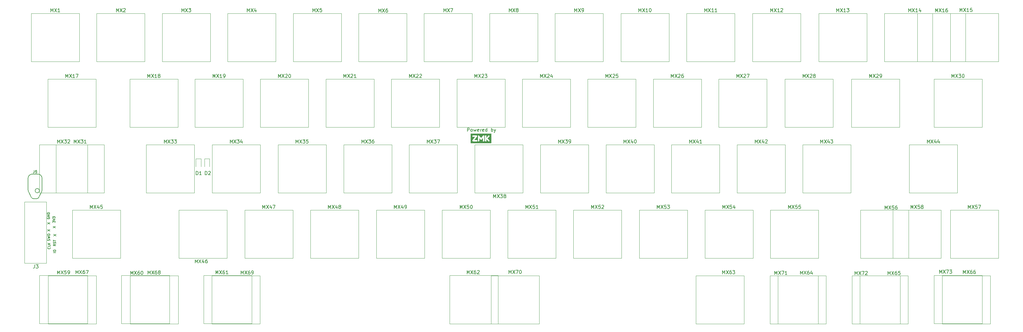
<source format=gbr>
%TF.GenerationSoftware,KiCad,Pcbnew,7.0.1-0*%
%TF.CreationDate,2023-07-30T16:54:28+05:30*%
%TF.ProjectId,Keyboard_60%,4b657962-6f61-4726-945f-3630252e6b69,rev?*%
%TF.SameCoordinates,Original*%
%TF.FileFunction,Legend,Top*%
%TF.FilePolarity,Positive*%
%FSLAX46Y46*%
G04 Gerber Fmt 4.6, Leading zero omitted, Abs format (unit mm)*
G04 Created by KiCad (PCBNEW 7.0.1-0) date 2023-07-30 16:54:28*
%MOMM*%
%LPD*%
G01*
G04 APERTURE LIST*
%ADD10C,0.150000*%
%ADD11C,0.120000*%
%ADD12C,0.100000*%
%ADD13C,0.127000*%
G04 APERTURE END LIST*
D10*
X57279333Y-121400000D02*
X57979333Y-120933333D01*
X57279333Y-120933333D02*
X57979333Y-121400000D01*
X56212666Y-124733333D02*
X56246000Y-124766666D01*
X56246000Y-124766666D02*
X56279333Y-124866666D01*
X56279333Y-124866666D02*
X56279333Y-124933333D01*
X56279333Y-124933333D02*
X56246000Y-125033333D01*
X56246000Y-125033333D02*
X56179333Y-125100000D01*
X56179333Y-125100000D02*
X56112666Y-125133333D01*
X56112666Y-125133333D02*
X55979333Y-125166666D01*
X55979333Y-125166666D02*
X55879333Y-125166666D01*
X55879333Y-125166666D02*
X55746000Y-125133333D01*
X55746000Y-125133333D02*
X55679333Y-125100000D01*
X55679333Y-125100000D02*
X55612666Y-125033333D01*
X55612666Y-125033333D02*
X55579333Y-124933333D01*
X55579333Y-124933333D02*
X55579333Y-124866666D01*
X55579333Y-124866666D02*
X55612666Y-124766666D01*
X55612666Y-124766666D02*
X55646000Y-124733333D01*
X56279333Y-124100000D02*
X56279333Y-124433333D01*
X56279333Y-124433333D02*
X55579333Y-124433333D01*
X56279333Y-123866666D02*
X55579333Y-123866666D01*
X56279333Y-123466666D02*
X55879333Y-123766666D01*
X55579333Y-123466666D02*
X55979333Y-123866666D01*
X57879333Y-123833333D02*
X57546000Y-124066666D01*
X57879333Y-124233333D02*
X57179333Y-124233333D01*
X57179333Y-124233333D02*
X57179333Y-123966666D01*
X57179333Y-123966666D02*
X57212666Y-123900000D01*
X57212666Y-123900000D02*
X57246000Y-123866666D01*
X57246000Y-123866666D02*
X57312666Y-123833333D01*
X57312666Y-123833333D02*
X57412666Y-123833333D01*
X57412666Y-123833333D02*
X57479333Y-123866666D01*
X57479333Y-123866666D02*
X57512666Y-123900000D01*
X57512666Y-123900000D02*
X57546000Y-123966666D01*
X57546000Y-123966666D02*
X57546000Y-124233333D01*
X57846000Y-123566666D02*
X57879333Y-123466666D01*
X57879333Y-123466666D02*
X57879333Y-123300000D01*
X57879333Y-123300000D02*
X57846000Y-123233333D01*
X57846000Y-123233333D02*
X57812666Y-123200000D01*
X57812666Y-123200000D02*
X57746000Y-123166666D01*
X57746000Y-123166666D02*
X57679333Y-123166666D01*
X57679333Y-123166666D02*
X57612666Y-123200000D01*
X57612666Y-123200000D02*
X57579333Y-123233333D01*
X57579333Y-123233333D02*
X57546000Y-123300000D01*
X57546000Y-123300000D02*
X57512666Y-123433333D01*
X57512666Y-123433333D02*
X57479333Y-123500000D01*
X57479333Y-123500000D02*
X57446000Y-123533333D01*
X57446000Y-123533333D02*
X57379333Y-123566666D01*
X57379333Y-123566666D02*
X57312666Y-123566666D01*
X57312666Y-123566666D02*
X57246000Y-123533333D01*
X57246000Y-123533333D02*
X57212666Y-123500000D01*
X57212666Y-123500000D02*
X57179333Y-123433333D01*
X57179333Y-123433333D02*
X57179333Y-123266666D01*
X57179333Y-123266666D02*
X57212666Y-123166666D01*
X57179333Y-122966666D02*
X57179333Y-122566666D01*
X57879333Y-122766666D02*
X57179333Y-122766666D01*
X55479333Y-120000000D02*
X56179333Y-119533333D01*
X55479333Y-119533333D02*
X56179333Y-120000000D01*
X56146000Y-122766666D02*
X56179333Y-122666666D01*
X56179333Y-122666666D02*
X56179333Y-122500000D01*
X56179333Y-122500000D02*
X56146000Y-122433333D01*
X56146000Y-122433333D02*
X56112666Y-122400000D01*
X56112666Y-122400000D02*
X56046000Y-122366666D01*
X56046000Y-122366666D02*
X55979333Y-122366666D01*
X55979333Y-122366666D02*
X55912666Y-122400000D01*
X55912666Y-122400000D02*
X55879333Y-122433333D01*
X55879333Y-122433333D02*
X55846000Y-122500000D01*
X55846000Y-122500000D02*
X55812666Y-122633333D01*
X55812666Y-122633333D02*
X55779333Y-122700000D01*
X55779333Y-122700000D02*
X55746000Y-122733333D01*
X55746000Y-122733333D02*
X55679333Y-122766666D01*
X55679333Y-122766666D02*
X55612666Y-122766666D01*
X55612666Y-122766666D02*
X55546000Y-122733333D01*
X55546000Y-122733333D02*
X55512666Y-122700000D01*
X55512666Y-122700000D02*
X55479333Y-122633333D01*
X55479333Y-122633333D02*
X55479333Y-122466666D01*
X55479333Y-122466666D02*
X55512666Y-122366666D01*
X55479333Y-122133333D02*
X56179333Y-121966666D01*
X56179333Y-121966666D02*
X55679333Y-121833333D01*
X55679333Y-121833333D02*
X56179333Y-121699999D01*
X56179333Y-121699999D02*
X55479333Y-121533333D01*
X55479333Y-121133333D02*
X55479333Y-120999999D01*
X55479333Y-120999999D02*
X55512666Y-120933333D01*
X55512666Y-120933333D02*
X55579333Y-120866666D01*
X55579333Y-120866666D02*
X55712666Y-120833333D01*
X55712666Y-120833333D02*
X55946000Y-120833333D01*
X55946000Y-120833333D02*
X56079333Y-120866666D01*
X56079333Y-120866666D02*
X56146000Y-120933333D01*
X56146000Y-120933333D02*
X56179333Y-120999999D01*
X56179333Y-120999999D02*
X56179333Y-121133333D01*
X56179333Y-121133333D02*
X56146000Y-121199999D01*
X56146000Y-121199999D02*
X56079333Y-121266666D01*
X56079333Y-121266666D02*
X55946000Y-121299999D01*
X55946000Y-121299999D02*
X55712666Y-121299999D01*
X55712666Y-121299999D02*
X55579333Y-121266666D01*
X55579333Y-121266666D02*
X55512666Y-121199999D01*
X55512666Y-121199999D02*
X55479333Y-121133333D01*
X189378095Y-132337619D02*
X189378095Y-131337619D01*
X189378095Y-131337619D02*
X189711428Y-132051904D01*
X189711428Y-132051904D02*
X190044761Y-131337619D01*
X190044761Y-131337619D02*
X190044761Y-132337619D01*
X190425714Y-131337619D02*
X191092380Y-132337619D01*
X191092380Y-131337619D02*
X190425714Y-132337619D01*
X191378095Y-131337619D02*
X192044761Y-131337619D01*
X192044761Y-131337619D02*
X191616190Y-132337619D01*
X192616190Y-131337619D02*
X192711428Y-131337619D01*
X192711428Y-131337619D02*
X192806666Y-131385238D01*
X192806666Y-131385238D02*
X192854285Y-131432857D01*
X192854285Y-131432857D02*
X192901904Y-131528095D01*
X192901904Y-131528095D02*
X192949523Y-131718571D01*
X192949523Y-131718571D02*
X192949523Y-131956666D01*
X192949523Y-131956666D02*
X192901904Y-132147142D01*
X192901904Y-132147142D02*
X192854285Y-132242380D01*
X192854285Y-132242380D02*
X192806666Y-132290000D01*
X192806666Y-132290000D02*
X192711428Y-132337619D01*
X192711428Y-132337619D02*
X192616190Y-132337619D01*
X192616190Y-132337619D02*
X192520952Y-132290000D01*
X192520952Y-132290000D02*
X192473333Y-132242380D01*
X192473333Y-132242380D02*
X192425714Y-132147142D01*
X192425714Y-132147142D02*
X192378095Y-131956666D01*
X192378095Y-131956666D02*
X192378095Y-131718571D01*
X192378095Y-131718571D02*
X192425714Y-131528095D01*
X192425714Y-131528095D02*
X192473333Y-131432857D01*
X192473333Y-131432857D02*
X192520952Y-131385238D01*
X192520952Y-131385238D02*
X192616190Y-131337619D01*
X57879333Y-126233333D02*
X57179333Y-126233333D01*
X57179333Y-125766667D02*
X57179333Y-125633333D01*
X57179333Y-125633333D02*
X57212666Y-125566667D01*
X57212666Y-125566667D02*
X57279333Y-125500000D01*
X57279333Y-125500000D02*
X57412666Y-125466667D01*
X57412666Y-125466667D02*
X57646000Y-125466667D01*
X57646000Y-125466667D02*
X57779333Y-125500000D01*
X57779333Y-125500000D02*
X57846000Y-125566667D01*
X57846000Y-125566667D02*
X57879333Y-125633333D01*
X57879333Y-125633333D02*
X57879333Y-125766667D01*
X57879333Y-125766667D02*
X57846000Y-125833333D01*
X57846000Y-125833333D02*
X57779333Y-125900000D01*
X57779333Y-125900000D02*
X57646000Y-125933333D01*
X57646000Y-125933333D02*
X57412666Y-125933333D01*
X57412666Y-125933333D02*
X57279333Y-125900000D01*
X57279333Y-125900000D02*
X57212666Y-125833333D01*
X57212666Y-125833333D02*
X57179333Y-125766667D01*
X55412666Y-116066666D02*
X55379333Y-116133333D01*
X55379333Y-116133333D02*
X55379333Y-116233333D01*
X55379333Y-116233333D02*
X55412666Y-116333333D01*
X55412666Y-116333333D02*
X55479333Y-116400000D01*
X55479333Y-116400000D02*
X55546000Y-116433333D01*
X55546000Y-116433333D02*
X55679333Y-116466666D01*
X55679333Y-116466666D02*
X55779333Y-116466666D01*
X55779333Y-116466666D02*
X55912666Y-116433333D01*
X55912666Y-116433333D02*
X55979333Y-116400000D01*
X55979333Y-116400000D02*
X56046000Y-116333333D01*
X56046000Y-116333333D02*
X56079333Y-116233333D01*
X56079333Y-116233333D02*
X56079333Y-116166666D01*
X56079333Y-116166666D02*
X56046000Y-116066666D01*
X56046000Y-116066666D02*
X56012666Y-116033333D01*
X56012666Y-116033333D02*
X55779333Y-116033333D01*
X55779333Y-116033333D02*
X55779333Y-116166666D01*
X56079333Y-115733333D02*
X55379333Y-115733333D01*
X55379333Y-115733333D02*
X56079333Y-115333333D01*
X56079333Y-115333333D02*
X55379333Y-115333333D01*
X56079333Y-115000000D02*
X55379333Y-115000000D01*
X55379333Y-115000000D02*
X55379333Y-114833333D01*
X55379333Y-114833333D02*
X55412666Y-114733333D01*
X55412666Y-114733333D02*
X55479333Y-114666667D01*
X55479333Y-114666667D02*
X55546000Y-114633333D01*
X55546000Y-114633333D02*
X55679333Y-114600000D01*
X55679333Y-114600000D02*
X55779333Y-114600000D01*
X55779333Y-114600000D02*
X55912666Y-114633333D01*
X55912666Y-114633333D02*
X55979333Y-114666667D01*
X55979333Y-114666667D02*
X56046000Y-114733333D01*
X56046000Y-114733333D02*
X56079333Y-114833333D01*
X56079333Y-114833333D02*
X56079333Y-115000000D01*
X57079333Y-119100000D02*
X57779333Y-118633333D01*
X57079333Y-118633333D02*
X57779333Y-119100000D01*
X56979333Y-117500000D02*
X56979333Y-117066666D01*
X56979333Y-117066666D02*
X57246000Y-117300000D01*
X57246000Y-117300000D02*
X57246000Y-117200000D01*
X57246000Y-117200000D02*
X57279333Y-117133333D01*
X57279333Y-117133333D02*
X57312666Y-117100000D01*
X57312666Y-117100000D02*
X57379333Y-117066666D01*
X57379333Y-117066666D02*
X57546000Y-117066666D01*
X57546000Y-117066666D02*
X57612666Y-117100000D01*
X57612666Y-117100000D02*
X57646000Y-117133333D01*
X57646000Y-117133333D02*
X57679333Y-117200000D01*
X57679333Y-117200000D02*
X57679333Y-117400000D01*
X57679333Y-117400000D02*
X57646000Y-117466666D01*
X57646000Y-117466666D02*
X57612666Y-117500000D01*
X56979333Y-116866666D02*
X57679333Y-116633333D01*
X57679333Y-116633333D02*
X56979333Y-116399999D01*
X56979333Y-116233333D02*
X56979333Y-115799999D01*
X56979333Y-115799999D02*
X57246000Y-116033333D01*
X57246000Y-116033333D02*
X57246000Y-115933333D01*
X57246000Y-115933333D02*
X57279333Y-115866666D01*
X57279333Y-115866666D02*
X57312666Y-115833333D01*
X57312666Y-115833333D02*
X57379333Y-115799999D01*
X57379333Y-115799999D02*
X57546000Y-115799999D01*
X57546000Y-115799999D02*
X57612666Y-115833333D01*
X57612666Y-115833333D02*
X57646000Y-115866666D01*
X57646000Y-115866666D02*
X57679333Y-115933333D01*
X57679333Y-115933333D02*
X57679333Y-116133333D01*
X57679333Y-116133333D02*
X57646000Y-116199999D01*
X57646000Y-116199999D02*
X57612666Y-116233333D01*
X177303095Y-91077619D02*
X177303095Y-90077619D01*
X177303095Y-90077619D02*
X177684047Y-90077619D01*
X177684047Y-90077619D02*
X177779285Y-90125238D01*
X177779285Y-90125238D02*
X177826904Y-90172857D01*
X177826904Y-90172857D02*
X177874523Y-90268095D01*
X177874523Y-90268095D02*
X177874523Y-90410952D01*
X177874523Y-90410952D02*
X177826904Y-90506190D01*
X177826904Y-90506190D02*
X177779285Y-90553809D01*
X177779285Y-90553809D02*
X177684047Y-90601428D01*
X177684047Y-90601428D02*
X177303095Y-90601428D01*
X178445952Y-91077619D02*
X178350714Y-91030000D01*
X178350714Y-91030000D02*
X178303095Y-90982380D01*
X178303095Y-90982380D02*
X178255476Y-90887142D01*
X178255476Y-90887142D02*
X178255476Y-90601428D01*
X178255476Y-90601428D02*
X178303095Y-90506190D01*
X178303095Y-90506190D02*
X178350714Y-90458571D01*
X178350714Y-90458571D02*
X178445952Y-90410952D01*
X178445952Y-90410952D02*
X178588809Y-90410952D01*
X178588809Y-90410952D02*
X178684047Y-90458571D01*
X178684047Y-90458571D02*
X178731666Y-90506190D01*
X178731666Y-90506190D02*
X178779285Y-90601428D01*
X178779285Y-90601428D02*
X178779285Y-90887142D01*
X178779285Y-90887142D02*
X178731666Y-90982380D01*
X178731666Y-90982380D02*
X178684047Y-91030000D01*
X178684047Y-91030000D02*
X178588809Y-91077619D01*
X178588809Y-91077619D02*
X178445952Y-91077619D01*
X179112619Y-90410952D02*
X179303095Y-91077619D01*
X179303095Y-91077619D02*
X179493571Y-90601428D01*
X179493571Y-90601428D02*
X179684047Y-91077619D01*
X179684047Y-91077619D02*
X179874523Y-90410952D01*
X180636428Y-91030000D02*
X180541190Y-91077619D01*
X180541190Y-91077619D02*
X180350714Y-91077619D01*
X180350714Y-91077619D02*
X180255476Y-91030000D01*
X180255476Y-91030000D02*
X180207857Y-90934761D01*
X180207857Y-90934761D02*
X180207857Y-90553809D01*
X180207857Y-90553809D02*
X180255476Y-90458571D01*
X180255476Y-90458571D02*
X180350714Y-90410952D01*
X180350714Y-90410952D02*
X180541190Y-90410952D01*
X180541190Y-90410952D02*
X180636428Y-90458571D01*
X180636428Y-90458571D02*
X180684047Y-90553809D01*
X180684047Y-90553809D02*
X180684047Y-90649047D01*
X180684047Y-90649047D02*
X180207857Y-90744285D01*
X181112619Y-91077619D02*
X181112619Y-90410952D01*
X181112619Y-90601428D02*
X181160238Y-90506190D01*
X181160238Y-90506190D02*
X181207857Y-90458571D01*
X181207857Y-90458571D02*
X181303095Y-90410952D01*
X181303095Y-90410952D02*
X181398333Y-90410952D01*
X182112619Y-91030000D02*
X182017381Y-91077619D01*
X182017381Y-91077619D02*
X181826905Y-91077619D01*
X181826905Y-91077619D02*
X181731667Y-91030000D01*
X181731667Y-91030000D02*
X181684048Y-90934761D01*
X181684048Y-90934761D02*
X181684048Y-90553809D01*
X181684048Y-90553809D02*
X181731667Y-90458571D01*
X181731667Y-90458571D02*
X181826905Y-90410952D01*
X181826905Y-90410952D02*
X182017381Y-90410952D01*
X182017381Y-90410952D02*
X182112619Y-90458571D01*
X182112619Y-90458571D02*
X182160238Y-90553809D01*
X182160238Y-90553809D02*
X182160238Y-90649047D01*
X182160238Y-90649047D02*
X181684048Y-90744285D01*
X183017381Y-91077619D02*
X183017381Y-90077619D01*
X183017381Y-91030000D02*
X182922143Y-91077619D01*
X182922143Y-91077619D02*
X182731667Y-91077619D01*
X182731667Y-91077619D02*
X182636429Y-91030000D01*
X182636429Y-91030000D02*
X182588810Y-90982380D01*
X182588810Y-90982380D02*
X182541191Y-90887142D01*
X182541191Y-90887142D02*
X182541191Y-90601428D01*
X182541191Y-90601428D02*
X182588810Y-90506190D01*
X182588810Y-90506190D02*
X182636429Y-90458571D01*
X182636429Y-90458571D02*
X182731667Y-90410952D01*
X182731667Y-90410952D02*
X182922143Y-90410952D01*
X182922143Y-90410952D02*
X183017381Y-90458571D01*
X184255477Y-91077619D02*
X184255477Y-90077619D01*
X184255477Y-90458571D02*
X184350715Y-90410952D01*
X184350715Y-90410952D02*
X184541191Y-90410952D01*
X184541191Y-90410952D02*
X184636429Y-90458571D01*
X184636429Y-90458571D02*
X184684048Y-90506190D01*
X184684048Y-90506190D02*
X184731667Y-90601428D01*
X184731667Y-90601428D02*
X184731667Y-90887142D01*
X184731667Y-90887142D02*
X184684048Y-90982380D01*
X184684048Y-90982380D02*
X184636429Y-91030000D01*
X184636429Y-91030000D02*
X184541191Y-91077619D01*
X184541191Y-91077619D02*
X184350715Y-91077619D01*
X184350715Y-91077619D02*
X184255477Y-91030000D01*
X185065001Y-90410952D02*
X185303096Y-91077619D01*
X185541191Y-90410952D02*
X185303096Y-91077619D01*
X185303096Y-91077619D02*
X185207858Y-91315714D01*
X185207858Y-91315714D02*
X185160239Y-91363333D01*
X185160239Y-91363333D02*
X185065001Y-91410952D01*
X55479333Y-118000000D02*
X56179333Y-117533333D01*
X55479333Y-117533333D02*
X56179333Y-118000000D01*
%TO.C,MX17*%
X60763095Y-75468619D02*
X60763095Y-74468619D01*
X60763095Y-74468619D02*
X61096428Y-75182904D01*
X61096428Y-75182904D02*
X61429761Y-74468619D01*
X61429761Y-74468619D02*
X61429761Y-75468619D01*
X61810714Y-74468619D02*
X62477380Y-75468619D01*
X62477380Y-74468619D02*
X61810714Y-75468619D01*
X63382142Y-75468619D02*
X62810714Y-75468619D01*
X63096428Y-75468619D02*
X63096428Y-74468619D01*
X63096428Y-74468619D02*
X63001190Y-74611476D01*
X63001190Y-74611476D02*
X62905952Y-74706714D01*
X62905952Y-74706714D02*
X62810714Y-74754333D01*
X63715476Y-74468619D02*
X64382142Y-74468619D01*
X64382142Y-74468619D02*
X63953571Y-75468619D01*
%TO.C,MX68*%
X84643095Y-132488619D02*
X84643095Y-131488619D01*
X84643095Y-131488619D02*
X84976428Y-132202904D01*
X84976428Y-132202904D02*
X85309761Y-131488619D01*
X85309761Y-131488619D02*
X85309761Y-132488619D01*
X85690714Y-131488619D02*
X86357380Y-132488619D01*
X86357380Y-131488619D02*
X85690714Y-132488619D01*
X87166904Y-131488619D02*
X86976428Y-131488619D01*
X86976428Y-131488619D02*
X86881190Y-131536238D01*
X86881190Y-131536238D02*
X86833571Y-131583857D01*
X86833571Y-131583857D02*
X86738333Y-131726714D01*
X86738333Y-131726714D02*
X86690714Y-131917190D01*
X86690714Y-131917190D02*
X86690714Y-132298142D01*
X86690714Y-132298142D02*
X86738333Y-132393380D01*
X86738333Y-132393380D02*
X86785952Y-132441000D01*
X86785952Y-132441000D02*
X86881190Y-132488619D01*
X86881190Y-132488619D02*
X87071666Y-132488619D01*
X87071666Y-132488619D02*
X87166904Y-132441000D01*
X87166904Y-132441000D02*
X87214523Y-132393380D01*
X87214523Y-132393380D02*
X87262142Y-132298142D01*
X87262142Y-132298142D02*
X87262142Y-132060047D01*
X87262142Y-132060047D02*
X87214523Y-131964809D01*
X87214523Y-131964809D02*
X87166904Y-131917190D01*
X87166904Y-131917190D02*
X87071666Y-131869571D01*
X87071666Y-131869571D02*
X86881190Y-131869571D01*
X86881190Y-131869571D02*
X86785952Y-131917190D01*
X86785952Y-131917190D02*
X86738333Y-131964809D01*
X86738333Y-131964809D02*
X86690714Y-132060047D01*
X87833571Y-131917190D02*
X87738333Y-131869571D01*
X87738333Y-131869571D02*
X87690714Y-131821952D01*
X87690714Y-131821952D02*
X87643095Y-131726714D01*
X87643095Y-131726714D02*
X87643095Y-131679095D01*
X87643095Y-131679095D02*
X87690714Y-131583857D01*
X87690714Y-131583857D02*
X87738333Y-131536238D01*
X87738333Y-131536238D02*
X87833571Y-131488619D01*
X87833571Y-131488619D02*
X88024047Y-131488619D01*
X88024047Y-131488619D02*
X88119285Y-131536238D01*
X88119285Y-131536238D02*
X88166904Y-131583857D01*
X88166904Y-131583857D02*
X88214523Y-131679095D01*
X88214523Y-131679095D02*
X88214523Y-131726714D01*
X88214523Y-131726714D02*
X88166904Y-131821952D01*
X88166904Y-131821952D02*
X88119285Y-131869571D01*
X88119285Y-131869571D02*
X88024047Y-131917190D01*
X88024047Y-131917190D02*
X87833571Y-131917190D01*
X87833571Y-131917190D02*
X87738333Y-131964809D01*
X87738333Y-131964809D02*
X87690714Y-132012428D01*
X87690714Y-132012428D02*
X87643095Y-132107666D01*
X87643095Y-132107666D02*
X87643095Y-132298142D01*
X87643095Y-132298142D02*
X87690714Y-132393380D01*
X87690714Y-132393380D02*
X87738333Y-132441000D01*
X87738333Y-132441000D02*
X87833571Y-132488619D01*
X87833571Y-132488619D02*
X88024047Y-132488619D01*
X88024047Y-132488619D02*
X88119285Y-132441000D01*
X88119285Y-132441000D02*
X88166904Y-132393380D01*
X88166904Y-132393380D02*
X88214523Y-132298142D01*
X88214523Y-132298142D02*
X88214523Y-132107666D01*
X88214523Y-132107666D02*
X88166904Y-132012428D01*
X88166904Y-132012428D02*
X88119285Y-131964809D01*
X88119285Y-131964809D02*
X88024047Y-131917190D01*
%TO.C,MX3*%
X94439286Y-56368619D02*
X94439286Y-55368619D01*
X94439286Y-55368619D02*
X94772619Y-56082904D01*
X94772619Y-56082904D02*
X95105952Y-55368619D01*
X95105952Y-55368619D02*
X95105952Y-56368619D01*
X95486905Y-55368619D02*
X96153571Y-56368619D01*
X96153571Y-55368619D02*
X95486905Y-56368619D01*
X96439286Y-55368619D02*
X97058333Y-55368619D01*
X97058333Y-55368619D02*
X96725000Y-55749571D01*
X96725000Y-55749571D02*
X96867857Y-55749571D01*
X96867857Y-55749571D02*
X96963095Y-55797190D01*
X96963095Y-55797190D02*
X97010714Y-55844809D01*
X97010714Y-55844809D02*
X97058333Y-55940047D01*
X97058333Y-55940047D02*
X97058333Y-56178142D01*
X97058333Y-56178142D02*
X97010714Y-56273380D01*
X97010714Y-56273380D02*
X96963095Y-56321000D01*
X96963095Y-56321000D02*
X96867857Y-56368619D01*
X96867857Y-56368619D02*
X96582143Y-56368619D01*
X96582143Y-56368619D02*
X96486905Y-56321000D01*
X96486905Y-56321000D02*
X96439286Y-56273380D01*
%TO.C,MX34*%
X108463095Y-94468619D02*
X108463095Y-93468619D01*
X108463095Y-93468619D02*
X108796428Y-94182904D01*
X108796428Y-94182904D02*
X109129761Y-93468619D01*
X109129761Y-93468619D02*
X109129761Y-94468619D01*
X109510714Y-93468619D02*
X110177380Y-94468619D01*
X110177380Y-93468619D02*
X109510714Y-94468619D01*
X110463095Y-93468619D02*
X111082142Y-93468619D01*
X111082142Y-93468619D02*
X110748809Y-93849571D01*
X110748809Y-93849571D02*
X110891666Y-93849571D01*
X110891666Y-93849571D02*
X110986904Y-93897190D01*
X110986904Y-93897190D02*
X111034523Y-93944809D01*
X111034523Y-93944809D02*
X111082142Y-94040047D01*
X111082142Y-94040047D02*
X111082142Y-94278142D01*
X111082142Y-94278142D02*
X111034523Y-94373380D01*
X111034523Y-94373380D02*
X110986904Y-94421000D01*
X110986904Y-94421000D02*
X110891666Y-94468619D01*
X110891666Y-94468619D02*
X110605952Y-94468619D01*
X110605952Y-94468619D02*
X110510714Y-94421000D01*
X110510714Y-94421000D02*
X110463095Y-94373380D01*
X111939285Y-93801952D02*
X111939285Y-94468619D01*
X111701190Y-93421000D02*
X111463095Y-94135285D01*
X111463095Y-94135285D02*
X112082142Y-94135285D01*
%TO.C,MX61*%
X104303095Y-132462619D02*
X104303095Y-131462619D01*
X104303095Y-131462619D02*
X104636428Y-132176904D01*
X104636428Y-132176904D02*
X104969761Y-131462619D01*
X104969761Y-131462619D02*
X104969761Y-132462619D01*
X105350714Y-131462619D02*
X106017380Y-132462619D01*
X106017380Y-131462619D02*
X105350714Y-132462619D01*
X106826904Y-131462619D02*
X106636428Y-131462619D01*
X106636428Y-131462619D02*
X106541190Y-131510238D01*
X106541190Y-131510238D02*
X106493571Y-131557857D01*
X106493571Y-131557857D02*
X106398333Y-131700714D01*
X106398333Y-131700714D02*
X106350714Y-131891190D01*
X106350714Y-131891190D02*
X106350714Y-132272142D01*
X106350714Y-132272142D02*
X106398333Y-132367380D01*
X106398333Y-132367380D02*
X106445952Y-132415000D01*
X106445952Y-132415000D02*
X106541190Y-132462619D01*
X106541190Y-132462619D02*
X106731666Y-132462619D01*
X106731666Y-132462619D02*
X106826904Y-132415000D01*
X106826904Y-132415000D02*
X106874523Y-132367380D01*
X106874523Y-132367380D02*
X106922142Y-132272142D01*
X106922142Y-132272142D02*
X106922142Y-132034047D01*
X106922142Y-132034047D02*
X106874523Y-131938809D01*
X106874523Y-131938809D02*
X106826904Y-131891190D01*
X106826904Y-131891190D02*
X106731666Y-131843571D01*
X106731666Y-131843571D02*
X106541190Y-131843571D01*
X106541190Y-131843571D02*
X106445952Y-131891190D01*
X106445952Y-131891190D02*
X106398333Y-131938809D01*
X106398333Y-131938809D02*
X106350714Y-132034047D01*
X107874523Y-132462619D02*
X107303095Y-132462619D01*
X107588809Y-132462619D02*
X107588809Y-131462619D01*
X107588809Y-131462619D02*
X107493571Y-131605476D01*
X107493571Y-131605476D02*
X107398333Y-131700714D01*
X107398333Y-131700714D02*
X107303095Y-131748333D01*
%TO.C,MX59*%
X58333095Y-132468619D02*
X58333095Y-131468619D01*
X58333095Y-131468619D02*
X58666428Y-132182904D01*
X58666428Y-132182904D02*
X58999761Y-131468619D01*
X58999761Y-131468619D02*
X58999761Y-132468619D01*
X59380714Y-131468619D02*
X60047380Y-132468619D01*
X60047380Y-131468619D02*
X59380714Y-132468619D01*
X60904523Y-131468619D02*
X60428333Y-131468619D01*
X60428333Y-131468619D02*
X60380714Y-131944809D01*
X60380714Y-131944809D02*
X60428333Y-131897190D01*
X60428333Y-131897190D02*
X60523571Y-131849571D01*
X60523571Y-131849571D02*
X60761666Y-131849571D01*
X60761666Y-131849571D02*
X60856904Y-131897190D01*
X60856904Y-131897190D02*
X60904523Y-131944809D01*
X60904523Y-131944809D02*
X60952142Y-132040047D01*
X60952142Y-132040047D02*
X60952142Y-132278142D01*
X60952142Y-132278142D02*
X60904523Y-132373380D01*
X60904523Y-132373380D02*
X60856904Y-132421000D01*
X60856904Y-132421000D02*
X60761666Y-132468619D01*
X60761666Y-132468619D02*
X60523571Y-132468619D01*
X60523571Y-132468619D02*
X60428333Y-132421000D01*
X60428333Y-132421000D02*
X60380714Y-132373380D01*
X61428333Y-132468619D02*
X61618809Y-132468619D01*
X61618809Y-132468619D02*
X61714047Y-132421000D01*
X61714047Y-132421000D02*
X61761666Y-132373380D01*
X61761666Y-132373380D02*
X61856904Y-132230523D01*
X61856904Y-132230523D02*
X61904523Y-132040047D01*
X61904523Y-132040047D02*
X61904523Y-131659095D01*
X61904523Y-131659095D02*
X61856904Y-131563857D01*
X61856904Y-131563857D02*
X61809285Y-131516238D01*
X61809285Y-131516238D02*
X61714047Y-131468619D01*
X61714047Y-131468619D02*
X61523571Y-131468619D01*
X61523571Y-131468619D02*
X61428333Y-131516238D01*
X61428333Y-131516238D02*
X61380714Y-131563857D01*
X61380714Y-131563857D02*
X61333095Y-131659095D01*
X61333095Y-131659095D02*
X61333095Y-131897190D01*
X61333095Y-131897190D02*
X61380714Y-131992428D01*
X61380714Y-131992428D02*
X61428333Y-132040047D01*
X61428333Y-132040047D02*
X61523571Y-132087666D01*
X61523571Y-132087666D02*
X61714047Y-132087666D01*
X61714047Y-132087666D02*
X61809285Y-132040047D01*
X61809285Y-132040047D02*
X61856904Y-131992428D01*
X61856904Y-131992428D02*
X61904523Y-131897190D01*
%TO.C,MX56*%
X298503095Y-113662619D02*
X298503095Y-112662619D01*
X298503095Y-112662619D02*
X298836428Y-113376904D01*
X298836428Y-113376904D02*
X299169761Y-112662619D01*
X299169761Y-112662619D02*
X299169761Y-113662619D01*
X299550714Y-112662619D02*
X300217380Y-113662619D01*
X300217380Y-112662619D02*
X299550714Y-113662619D01*
X301074523Y-112662619D02*
X300598333Y-112662619D01*
X300598333Y-112662619D02*
X300550714Y-113138809D01*
X300550714Y-113138809D02*
X300598333Y-113091190D01*
X300598333Y-113091190D02*
X300693571Y-113043571D01*
X300693571Y-113043571D02*
X300931666Y-113043571D01*
X300931666Y-113043571D02*
X301026904Y-113091190D01*
X301026904Y-113091190D02*
X301074523Y-113138809D01*
X301074523Y-113138809D02*
X301122142Y-113234047D01*
X301122142Y-113234047D02*
X301122142Y-113472142D01*
X301122142Y-113472142D02*
X301074523Y-113567380D01*
X301074523Y-113567380D02*
X301026904Y-113615000D01*
X301026904Y-113615000D02*
X300931666Y-113662619D01*
X300931666Y-113662619D02*
X300693571Y-113662619D01*
X300693571Y-113662619D02*
X300598333Y-113615000D01*
X300598333Y-113615000D02*
X300550714Y-113567380D01*
X301979285Y-112662619D02*
X301788809Y-112662619D01*
X301788809Y-112662619D02*
X301693571Y-112710238D01*
X301693571Y-112710238D02*
X301645952Y-112757857D01*
X301645952Y-112757857D02*
X301550714Y-112900714D01*
X301550714Y-112900714D02*
X301503095Y-113091190D01*
X301503095Y-113091190D02*
X301503095Y-113472142D01*
X301503095Y-113472142D02*
X301550714Y-113567380D01*
X301550714Y-113567380D02*
X301598333Y-113615000D01*
X301598333Y-113615000D02*
X301693571Y-113662619D01*
X301693571Y-113662619D02*
X301884047Y-113662619D01*
X301884047Y-113662619D02*
X301979285Y-113615000D01*
X301979285Y-113615000D02*
X302026904Y-113567380D01*
X302026904Y-113567380D02*
X302074523Y-113472142D01*
X302074523Y-113472142D02*
X302074523Y-113234047D01*
X302074523Y-113234047D02*
X302026904Y-113138809D01*
X302026904Y-113138809D02*
X301979285Y-113091190D01*
X301979285Y-113091190D02*
X301884047Y-113043571D01*
X301884047Y-113043571D02*
X301693571Y-113043571D01*
X301693571Y-113043571D02*
X301598333Y-113091190D01*
X301598333Y-113091190D02*
X301550714Y-113138809D01*
X301550714Y-113138809D02*
X301503095Y-113234047D01*
%TO.C,MX18*%
X84563095Y-75468619D02*
X84563095Y-74468619D01*
X84563095Y-74468619D02*
X84896428Y-75182904D01*
X84896428Y-75182904D02*
X85229761Y-74468619D01*
X85229761Y-74468619D02*
X85229761Y-75468619D01*
X85610714Y-74468619D02*
X86277380Y-75468619D01*
X86277380Y-74468619D02*
X85610714Y-75468619D01*
X87182142Y-75468619D02*
X86610714Y-75468619D01*
X86896428Y-75468619D02*
X86896428Y-74468619D01*
X86896428Y-74468619D02*
X86801190Y-74611476D01*
X86801190Y-74611476D02*
X86705952Y-74706714D01*
X86705952Y-74706714D02*
X86610714Y-74754333D01*
X87753571Y-74897190D02*
X87658333Y-74849571D01*
X87658333Y-74849571D02*
X87610714Y-74801952D01*
X87610714Y-74801952D02*
X87563095Y-74706714D01*
X87563095Y-74706714D02*
X87563095Y-74659095D01*
X87563095Y-74659095D02*
X87610714Y-74563857D01*
X87610714Y-74563857D02*
X87658333Y-74516238D01*
X87658333Y-74516238D02*
X87753571Y-74468619D01*
X87753571Y-74468619D02*
X87944047Y-74468619D01*
X87944047Y-74468619D02*
X88039285Y-74516238D01*
X88039285Y-74516238D02*
X88086904Y-74563857D01*
X88086904Y-74563857D02*
X88134523Y-74659095D01*
X88134523Y-74659095D02*
X88134523Y-74706714D01*
X88134523Y-74706714D02*
X88086904Y-74801952D01*
X88086904Y-74801952D02*
X88039285Y-74849571D01*
X88039285Y-74849571D02*
X87944047Y-74897190D01*
X87944047Y-74897190D02*
X87753571Y-74897190D01*
X87753571Y-74897190D02*
X87658333Y-74944809D01*
X87658333Y-74944809D02*
X87610714Y-74992428D01*
X87610714Y-74992428D02*
X87563095Y-75087666D01*
X87563095Y-75087666D02*
X87563095Y-75278142D01*
X87563095Y-75278142D02*
X87610714Y-75373380D01*
X87610714Y-75373380D02*
X87658333Y-75421000D01*
X87658333Y-75421000D02*
X87753571Y-75468619D01*
X87753571Y-75468619D02*
X87944047Y-75468619D01*
X87944047Y-75468619D02*
X88039285Y-75421000D01*
X88039285Y-75421000D02*
X88086904Y-75373380D01*
X88086904Y-75373380D02*
X88134523Y-75278142D01*
X88134523Y-75278142D02*
X88134523Y-75087666D01*
X88134523Y-75087666D02*
X88086904Y-74992428D01*
X88086904Y-74992428D02*
X88039285Y-74944809D01*
X88039285Y-74944809D02*
X87944047Y-74897190D01*
%TO.C,MX5*%
X132439286Y-56368619D02*
X132439286Y-55368619D01*
X132439286Y-55368619D02*
X132772619Y-56082904D01*
X132772619Y-56082904D02*
X133105952Y-55368619D01*
X133105952Y-55368619D02*
X133105952Y-56368619D01*
X133486905Y-55368619D02*
X134153571Y-56368619D01*
X134153571Y-55368619D02*
X133486905Y-56368619D01*
X135010714Y-55368619D02*
X134534524Y-55368619D01*
X134534524Y-55368619D02*
X134486905Y-55844809D01*
X134486905Y-55844809D02*
X134534524Y-55797190D01*
X134534524Y-55797190D02*
X134629762Y-55749571D01*
X134629762Y-55749571D02*
X134867857Y-55749571D01*
X134867857Y-55749571D02*
X134963095Y-55797190D01*
X134963095Y-55797190D02*
X135010714Y-55844809D01*
X135010714Y-55844809D02*
X135058333Y-55940047D01*
X135058333Y-55940047D02*
X135058333Y-56178142D01*
X135058333Y-56178142D02*
X135010714Y-56273380D01*
X135010714Y-56273380D02*
X134963095Y-56321000D01*
X134963095Y-56321000D02*
X134867857Y-56368619D01*
X134867857Y-56368619D02*
X134629762Y-56368619D01*
X134629762Y-56368619D02*
X134534524Y-56321000D01*
X134534524Y-56321000D02*
X134486905Y-56273380D01*
%TO.C,MX26*%
X236463095Y-75468619D02*
X236463095Y-74468619D01*
X236463095Y-74468619D02*
X236796428Y-75182904D01*
X236796428Y-75182904D02*
X237129761Y-74468619D01*
X237129761Y-74468619D02*
X237129761Y-75468619D01*
X237510714Y-74468619D02*
X238177380Y-75468619D01*
X238177380Y-74468619D02*
X237510714Y-75468619D01*
X238510714Y-74563857D02*
X238558333Y-74516238D01*
X238558333Y-74516238D02*
X238653571Y-74468619D01*
X238653571Y-74468619D02*
X238891666Y-74468619D01*
X238891666Y-74468619D02*
X238986904Y-74516238D01*
X238986904Y-74516238D02*
X239034523Y-74563857D01*
X239034523Y-74563857D02*
X239082142Y-74659095D01*
X239082142Y-74659095D02*
X239082142Y-74754333D01*
X239082142Y-74754333D02*
X239034523Y-74897190D01*
X239034523Y-74897190D02*
X238463095Y-75468619D01*
X238463095Y-75468619D02*
X239082142Y-75468619D01*
X239939285Y-74468619D02*
X239748809Y-74468619D01*
X239748809Y-74468619D02*
X239653571Y-74516238D01*
X239653571Y-74516238D02*
X239605952Y-74563857D01*
X239605952Y-74563857D02*
X239510714Y-74706714D01*
X239510714Y-74706714D02*
X239463095Y-74897190D01*
X239463095Y-74897190D02*
X239463095Y-75278142D01*
X239463095Y-75278142D02*
X239510714Y-75373380D01*
X239510714Y-75373380D02*
X239558333Y-75421000D01*
X239558333Y-75421000D02*
X239653571Y-75468619D01*
X239653571Y-75468619D02*
X239844047Y-75468619D01*
X239844047Y-75468619D02*
X239939285Y-75421000D01*
X239939285Y-75421000D02*
X239986904Y-75373380D01*
X239986904Y-75373380D02*
X240034523Y-75278142D01*
X240034523Y-75278142D02*
X240034523Y-75040047D01*
X240034523Y-75040047D02*
X239986904Y-74944809D01*
X239986904Y-74944809D02*
X239939285Y-74897190D01*
X239939285Y-74897190D02*
X239844047Y-74849571D01*
X239844047Y-74849571D02*
X239653571Y-74849571D01*
X239653571Y-74849571D02*
X239558333Y-74897190D01*
X239558333Y-74897190D02*
X239510714Y-74944809D01*
X239510714Y-74944809D02*
X239463095Y-75040047D01*
%TO.C,MX19*%
X103463095Y-75468619D02*
X103463095Y-74468619D01*
X103463095Y-74468619D02*
X103796428Y-75182904D01*
X103796428Y-75182904D02*
X104129761Y-74468619D01*
X104129761Y-74468619D02*
X104129761Y-75468619D01*
X104510714Y-74468619D02*
X105177380Y-75468619D01*
X105177380Y-74468619D02*
X104510714Y-75468619D01*
X106082142Y-75468619D02*
X105510714Y-75468619D01*
X105796428Y-75468619D02*
X105796428Y-74468619D01*
X105796428Y-74468619D02*
X105701190Y-74611476D01*
X105701190Y-74611476D02*
X105605952Y-74706714D01*
X105605952Y-74706714D02*
X105510714Y-74754333D01*
X106558333Y-75468619D02*
X106748809Y-75468619D01*
X106748809Y-75468619D02*
X106844047Y-75421000D01*
X106844047Y-75421000D02*
X106891666Y-75373380D01*
X106891666Y-75373380D02*
X106986904Y-75230523D01*
X106986904Y-75230523D02*
X107034523Y-75040047D01*
X107034523Y-75040047D02*
X107034523Y-74659095D01*
X107034523Y-74659095D02*
X106986904Y-74563857D01*
X106986904Y-74563857D02*
X106939285Y-74516238D01*
X106939285Y-74516238D02*
X106844047Y-74468619D01*
X106844047Y-74468619D02*
X106653571Y-74468619D01*
X106653571Y-74468619D02*
X106558333Y-74516238D01*
X106558333Y-74516238D02*
X106510714Y-74563857D01*
X106510714Y-74563857D02*
X106463095Y-74659095D01*
X106463095Y-74659095D02*
X106463095Y-74897190D01*
X106463095Y-74897190D02*
X106510714Y-74992428D01*
X106510714Y-74992428D02*
X106558333Y-75040047D01*
X106558333Y-75040047D02*
X106653571Y-75087666D01*
X106653571Y-75087666D02*
X106844047Y-75087666D01*
X106844047Y-75087666D02*
X106939285Y-75040047D01*
X106939285Y-75040047D02*
X106986904Y-74992428D01*
X106986904Y-74992428D02*
X107034523Y-74897190D01*
%TO.C,J3*%
X51746666Y-129762619D02*
X51746666Y-130476904D01*
X51746666Y-130476904D02*
X51699047Y-130619761D01*
X51699047Y-130619761D02*
X51603809Y-130715000D01*
X51603809Y-130715000D02*
X51460952Y-130762619D01*
X51460952Y-130762619D02*
X51365714Y-130762619D01*
X52127619Y-129762619D02*
X52746666Y-129762619D01*
X52746666Y-129762619D02*
X52413333Y-130143571D01*
X52413333Y-130143571D02*
X52556190Y-130143571D01*
X52556190Y-130143571D02*
X52651428Y-130191190D01*
X52651428Y-130191190D02*
X52699047Y-130238809D01*
X52699047Y-130238809D02*
X52746666Y-130334047D01*
X52746666Y-130334047D02*
X52746666Y-130572142D01*
X52746666Y-130572142D02*
X52699047Y-130667380D01*
X52699047Y-130667380D02*
X52651428Y-130715000D01*
X52651428Y-130715000D02*
X52556190Y-130762619D01*
X52556190Y-130762619D02*
X52270476Y-130762619D01*
X52270476Y-130762619D02*
X52175238Y-130715000D01*
X52175238Y-130715000D02*
X52127619Y-130667380D01*
%TO.C,MX40*%
X222748095Y-94468619D02*
X222748095Y-93468619D01*
X222748095Y-93468619D02*
X223081428Y-94182904D01*
X223081428Y-94182904D02*
X223414761Y-93468619D01*
X223414761Y-93468619D02*
X223414761Y-94468619D01*
X223795714Y-93468619D02*
X224462380Y-94468619D01*
X224462380Y-93468619D02*
X223795714Y-94468619D01*
X225271904Y-93801952D02*
X225271904Y-94468619D01*
X225033809Y-93421000D02*
X224795714Y-94135285D01*
X224795714Y-94135285D02*
X225414761Y-94135285D01*
X225986190Y-93468619D02*
X226081428Y-93468619D01*
X226081428Y-93468619D02*
X226176666Y-93516238D01*
X226176666Y-93516238D02*
X226224285Y-93563857D01*
X226224285Y-93563857D02*
X226271904Y-93659095D01*
X226271904Y-93659095D02*
X226319523Y-93849571D01*
X226319523Y-93849571D02*
X226319523Y-94087666D01*
X226319523Y-94087666D02*
X226271904Y-94278142D01*
X226271904Y-94278142D02*
X226224285Y-94373380D01*
X226224285Y-94373380D02*
X226176666Y-94421000D01*
X226176666Y-94421000D02*
X226081428Y-94468619D01*
X226081428Y-94468619D02*
X225986190Y-94468619D01*
X225986190Y-94468619D02*
X225890952Y-94421000D01*
X225890952Y-94421000D02*
X225843333Y-94373380D01*
X225843333Y-94373380D02*
X225795714Y-94278142D01*
X225795714Y-94278142D02*
X225748095Y-94087666D01*
X225748095Y-94087666D02*
X225748095Y-93849571D01*
X225748095Y-93849571D02*
X225795714Y-93659095D01*
X225795714Y-93659095D02*
X225843333Y-93563857D01*
X225843333Y-93563857D02*
X225890952Y-93516238D01*
X225890952Y-93516238D02*
X225986190Y-93468619D01*
%TO.C,MX41*%
X241748095Y-94468619D02*
X241748095Y-93468619D01*
X241748095Y-93468619D02*
X242081428Y-94182904D01*
X242081428Y-94182904D02*
X242414761Y-93468619D01*
X242414761Y-93468619D02*
X242414761Y-94468619D01*
X242795714Y-93468619D02*
X243462380Y-94468619D01*
X243462380Y-93468619D02*
X242795714Y-94468619D01*
X244271904Y-93801952D02*
X244271904Y-94468619D01*
X244033809Y-93421000D02*
X243795714Y-94135285D01*
X243795714Y-94135285D02*
X244414761Y-94135285D01*
X245319523Y-94468619D02*
X244748095Y-94468619D01*
X245033809Y-94468619D02*
X245033809Y-93468619D01*
X245033809Y-93468619D02*
X244938571Y-93611476D01*
X244938571Y-93611476D02*
X244843333Y-93706714D01*
X244843333Y-93706714D02*
X244748095Y-93754333D01*
%TO.C,MX57*%
X322648095Y-113488619D02*
X322648095Y-112488619D01*
X322648095Y-112488619D02*
X322981428Y-113202904D01*
X322981428Y-113202904D02*
X323314761Y-112488619D01*
X323314761Y-112488619D02*
X323314761Y-113488619D01*
X323695714Y-112488619D02*
X324362380Y-113488619D01*
X324362380Y-112488619D02*
X323695714Y-113488619D01*
X325219523Y-112488619D02*
X324743333Y-112488619D01*
X324743333Y-112488619D02*
X324695714Y-112964809D01*
X324695714Y-112964809D02*
X324743333Y-112917190D01*
X324743333Y-112917190D02*
X324838571Y-112869571D01*
X324838571Y-112869571D02*
X325076666Y-112869571D01*
X325076666Y-112869571D02*
X325171904Y-112917190D01*
X325171904Y-112917190D02*
X325219523Y-112964809D01*
X325219523Y-112964809D02*
X325267142Y-113060047D01*
X325267142Y-113060047D02*
X325267142Y-113298142D01*
X325267142Y-113298142D02*
X325219523Y-113393380D01*
X325219523Y-113393380D02*
X325171904Y-113441000D01*
X325171904Y-113441000D02*
X325076666Y-113488619D01*
X325076666Y-113488619D02*
X324838571Y-113488619D01*
X324838571Y-113488619D02*
X324743333Y-113441000D01*
X324743333Y-113441000D02*
X324695714Y-113393380D01*
X325600476Y-112488619D02*
X326267142Y-112488619D01*
X326267142Y-112488619D02*
X325838571Y-113488619D01*
%TO.C,MX45*%
X67873095Y-113468619D02*
X67873095Y-112468619D01*
X67873095Y-112468619D02*
X68206428Y-113182904D01*
X68206428Y-113182904D02*
X68539761Y-112468619D01*
X68539761Y-112468619D02*
X68539761Y-113468619D01*
X68920714Y-112468619D02*
X69587380Y-113468619D01*
X69587380Y-112468619D02*
X68920714Y-113468619D01*
X70396904Y-112801952D02*
X70396904Y-113468619D01*
X70158809Y-112421000D02*
X69920714Y-113135285D01*
X69920714Y-113135285D02*
X70539761Y-113135285D01*
X71396904Y-112468619D02*
X70920714Y-112468619D01*
X70920714Y-112468619D02*
X70873095Y-112944809D01*
X70873095Y-112944809D02*
X70920714Y-112897190D01*
X70920714Y-112897190D02*
X71015952Y-112849571D01*
X71015952Y-112849571D02*
X71254047Y-112849571D01*
X71254047Y-112849571D02*
X71349285Y-112897190D01*
X71349285Y-112897190D02*
X71396904Y-112944809D01*
X71396904Y-112944809D02*
X71444523Y-113040047D01*
X71444523Y-113040047D02*
X71444523Y-113278142D01*
X71444523Y-113278142D02*
X71396904Y-113373380D01*
X71396904Y-113373380D02*
X71349285Y-113421000D01*
X71349285Y-113421000D02*
X71254047Y-113468619D01*
X71254047Y-113468619D02*
X71015952Y-113468619D01*
X71015952Y-113468619D02*
X70920714Y-113421000D01*
X70920714Y-113421000D02*
X70873095Y-113373380D01*
%TO.C,MX33*%
X89363095Y-94468619D02*
X89363095Y-93468619D01*
X89363095Y-93468619D02*
X89696428Y-94182904D01*
X89696428Y-94182904D02*
X90029761Y-93468619D01*
X90029761Y-93468619D02*
X90029761Y-94468619D01*
X90410714Y-93468619D02*
X91077380Y-94468619D01*
X91077380Y-93468619D02*
X90410714Y-94468619D01*
X91363095Y-93468619D02*
X91982142Y-93468619D01*
X91982142Y-93468619D02*
X91648809Y-93849571D01*
X91648809Y-93849571D02*
X91791666Y-93849571D01*
X91791666Y-93849571D02*
X91886904Y-93897190D01*
X91886904Y-93897190D02*
X91934523Y-93944809D01*
X91934523Y-93944809D02*
X91982142Y-94040047D01*
X91982142Y-94040047D02*
X91982142Y-94278142D01*
X91982142Y-94278142D02*
X91934523Y-94373380D01*
X91934523Y-94373380D02*
X91886904Y-94421000D01*
X91886904Y-94421000D02*
X91791666Y-94468619D01*
X91791666Y-94468619D02*
X91505952Y-94468619D01*
X91505952Y-94468619D02*
X91410714Y-94421000D01*
X91410714Y-94421000D02*
X91363095Y-94373380D01*
X92315476Y-93468619D02*
X92934523Y-93468619D01*
X92934523Y-93468619D02*
X92601190Y-93849571D01*
X92601190Y-93849571D02*
X92744047Y-93849571D01*
X92744047Y-93849571D02*
X92839285Y-93897190D01*
X92839285Y-93897190D02*
X92886904Y-93944809D01*
X92886904Y-93944809D02*
X92934523Y-94040047D01*
X92934523Y-94040047D02*
X92934523Y-94278142D01*
X92934523Y-94278142D02*
X92886904Y-94373380D01*
X92886904Y-94373380D02*
X92839285Y-94421000D01*
X92839285Y-94421000D02*
X92744047Y-94468619D01*
X92744047Y-94468619D02*
X92458333Y-94468619D01*
X92458333Y-94468619D02*
X92363095Y-94421000D01*
X92363095Y-94421000D02*
X92315476Y-94373380D01*
%TO.C,MX69*%
X111653095Y-132512619D02*
X111653095Y-131512619D01*
X111653095Y-131512619D02*
X111986428Y-132226904D01*
X111986428Y-132226904D02*
X112319761Y-131512619D01*
X112319761Y-131512619D02*
X112319761Y-132512619D01*
X112700714Y-131512619D02*
X113367380Y-132512619D01*
X113367380Y-131512619D02*
X112700714Y-132512619D01*
X114176904Y-131512619D02*
X113986428Y-131512619D01*
X113986428Y-131512619D02*
X113891190Y-131560238D01*
X113891190Y-131560238D02*
X113843571Y-131607857D01*
X113843571Y-131607857D02*
X113748333Y-131750714D01*
X113748333Y-131750714D02*
X113700714Y-131941190D01*
X113700714Y-131941190D02*
X113700714Y-132322142D01*
X113700714Y-132322142D02*
X113748333Y-132417380D01*
X113748333Y-132417380D02*
X113795952Y-132465000D01*
X113795952Y-132465000D02*
X113891190Y-132512619D01*
X113891190Y-132512619D02*
X114081666Y-132512619D01*
X114081666Y-132512619D02*
X114176904Y-132465000D01*
X114176904Y-132465000D02*
X114224523Y-132417380D01*
X114224523Y-132417380D02*
X114272142Y-132322142D01*
X114272142Y-132322142D02*
X114272142Y-132084047D01*
X114272142Y-132084047D02*
X114224523Y-131988809D01*
X114224523Y-131988809D02*
X114176904Y-131941190D01*
X114176904Y-131941190D02*
X114081666Y-131893571D01*
X114081666Y-131893571D02*
X113891190Y-131893571D01*
X113891190Y-131893571D02*
X113795952Y-131941190D01*
X113795952Y-131941190D02*
X113748333Y-131988809D01*
X113748333Y-131988809D02*
X113700714Y-132084047D01*
X114748333Y-132512619D02*
X114938809Y-132512619D01*
X114938809Y-132512619D02*
X115034047Y-132465000D01*
X115034047Y-132465000D02*
X115081666Y-132417380D01*
X115081666Y-132417380D02*
X115176904Y-132274523D01*
X115176904Y-132274523D02*
X115224523Y-132084047D01*
X115224523Y-132084047D02*
X115224523Y-131703095D01*
X115224523Y-131703095D02*
X115176904Y-131607857D01*
X115176904Y-131607857D02*
X115129285Y-131560238D01*
X115129285Y-131560238D02*
X115034047Y-131512619D01*
X115034047Y-131512619D02*
X114843571Y-131512619D01*
X114843571Y-131512619D02*
X114748333Y-131560238D01*
X114748333Y-131560238D02*
X114700714Y-131607857D01*
X114700714Y-131607857D02*
X114653095Y-131703095D01*
X114653095Y-131703095D02*
X114653095Y-131941190D01*
X114653095Y-131941190D02*
X114700714Y-132036428D01*
X114700714Y-132036428D02*
X114748333Y-132084047D01*
X114748333Y-132084047D02*
X114843571Y-132131666D01*
X114843571Y-132131666D02*
X115034047Y-132131666D01*
X115034047Y-132131666D02*
X115129285Y-132084047D01*
X115129285Y-132084047D02*
X115176904Y-132036428D01*
X115176904Y-132036428D02*
X115224523Y-131941190D01*
%TO.C,MX20*%
X122463095Y-75468619D02*
X122463095Y-74468619D01*
X122463095Y-74468619D02*
X122796428Y-75182904D01*
X122796428Y-75182904D02*
X123129761Y-74468619D01*
X123129761Y-74468619D02*
X123129761Y-75468619D01*
X123510714Y-74468619D02*
X124177380Y-75468619D01*
X124177380Y-74468619D02*
X123510714Y-75468619D01*
X124510714Y-74563857D02*
X124558333Y-74516238D01*
X124558333Y-74516238D02*
X124653571Y-74468619D01*
X124653571Y-74468619D02*
X124891666Y-74468619D01*
X124891666Y-74468619D02*
X124986904Y-74516238D01*
X124986904Y-74516238D02*
X125034523Y-74563857D01*
X125034523Y-74563857D02*
X125082142Y-74659095D01*
X125082142Y-74659095D02*
X125082142Y-74754333D01*
X125082142Y-74754333D02*
X125034523Y-74897190D01*
X125034523Y-74897190D02*
X124463095Y-75468619D01*
X124463095Y-75468619D02*
X125082142Y-75468619D01*
X125701190Y-74468619D02*
X125796428Y-74468619D01*
X125796428Y-74468619D02*
X125891666Y-74516238D01*
X125891666Y-74516238D02*
X125939285Y-74563857D01*
X125939285Y-74563857D02*
X125986904Y-74659095D01*
X125986904Y-74659095D02*
X126034523Y-74849571D01*
X126034523Y-74849571D02*
X126034523Y-75087666D01*
X126034523Y-75087666D02*
X125986904Y-75278142D01*
X125986904Y-75278142D02*
X125939285Y-75373380D01*
X125939285Y-75373380D02*
X125891666Y-75421000D01*
X125891666Y-75421000D02*
X125796428Y-75468619D01*
X125796428Y-75468619D02*
X125701190Y-75468619D01*
X125701190Y-75468619D02*
X125605952Y-75421000D01*
X125605952Y-75421000D02*
X125558333Y-75373380D01*
X125558333Y-75373380D02*
X125510714Y-75278142D01*
X125510714Y-75278142D02*
X125463095Y-75087666D01*
X125463095Y-75087666D02*
X125463095Y-74849571D01*
X125463095Y-74849571D02*
X125510714Y-74659095D01*
X125510714Y-74659095D02*
X125558333Y-74563857D01*
X125558333Y-74563857D02*
X125605952Y-74516238D01*
X125605952Y-74516238D02*
X125701190Y-74468619D01*
%TO.C,MX24*%
X198463095Y-75468619D02*
X198463095Y-74468619D01*
X198463095Y-74468619D02*
X198796428Y-75182904D01*
X198796428Y-75182904D02*
X199129761Y-74468619D01*
X199129761Y-74468619D02*
X199129761Y-75468619D01*
X199510714Y-74468619D02*
X200177380Y-75468619D01*
X200177380Y-74468619D02*
X199510714Y-75468619D01*
X200510714Y-74563857D02*
X200558333Y-74516238D01*
X200558333Y-74516238D02*
X200653571Y-74468619D01*
X200653571Y-74468619D02*
X200891666Y-74468619D01*
X200891666Y-74468619D02*
X200986904Y-74516238D01*
X200986904Y-74516238D02*
X201034523Y-74563857D01*
X201034523Y-74563857D02*
X201082142Y-74659095D01*
X201082142Y-74659095D02*
X201082142Y-74754333D01*
X201082142Y-74754333D02*
X201034523Y-74897190D01*
X201034523Y-74897190D02*
X200463095Y-75468619D01*
X200463095Y-75468619D02*
X201082142Y-75468619D01*
X201939285Y-74801952D02*
X201939285Y-75468619D01*
X201701190Y-74421000D02*
X201463095Y-75135285D01*
X201463095Y-75135285D02*
X202082142Y-75135285D01*
%TO.C,MX8*%
X189439286Y-56368619D02*
X189439286Y-55368619D01*
X189439286Y-55368619D02*
X189772619Y-56082904D01*
X189772619Y-56082904D02*
X190105952Y-55368619D01*
X190105952Y-55368619D02*
X190105952Y-56368619D01*
X190486905Y-55368619D02*
X191153571Y-56368619D01*
X191153571Y-55368619D02*
X190486905Y-56368619D01*
X191677381Y-55797190D02*
X191582143Y-55749571D01*
X191582143Y-55749571D02*
X191534524Y-55701952D01*
X191534524Y-55701952D02*
X191486905Y-55606714D01*
X191486905Y-55606714D02*
X191486905Y-55559095D01*
X191486905Y-55559095D02*
X191534524Y-55463857D01*
X191534524Y-55463857D02*
X191582143Y-55416238D01*
X191582143Y-55416238D02*
X191677381Y-55368619D01*
X191677381Y-55368619D02*
X191867857Y-55368619D01*
X191867857Y-55368619D02*
X191963095Y-55416238D01*
X191963095Y-55416238D02*
X192010714Y-55463857D01*
X192010714Y-55463857D02*
X192058333Y-55559095D01*
X192058333Y-55559095D02*
X192058333Y-55606714D01*
X192058333Y-55606714D02*
X192010714Y-55701952D01*
X192010714Y-55701952D02*
X191963095Y-55749571D01*
X191963095Y-55749571D02*
X191867857Y-55797190D01*
X191867857Y-55797190D02*
X191677381Y-55797190D01*
X191677381Y-55797190D02*
X191582143Y-55844809D01*
X191582143Y-55844809D02*
X191534524Y-55892428D01*
X191534524Y-55892428D02*
X191486905Y-55987666D01*
X191486905Y-55987666D02*
X191486905Y-56178142D01*
X191486905Y-56178142D02*
X191534524Y-56273380D01*
X191534524Y-56273380D02*
X191582143Y-56321000D01*
X191582143Y-56321000D02*
X191677381Y-56368619D01*
X191677381Y-56368619D02*
X191867857Y-56368619D01*
X191867857Y-56368619D02*
X191963095Y-56321000D01*
X191963095Y-56321000D02*
X192010714Y-56273380D01*
X192010714Y-56273380D02*
X192058333Y-56178142D01*
X192058333Y-56178142D02*
X192058333Y-55987666D01*
X192058333Y-55987666D02*
X192010714Y-55892428D01*
X192010714Y-55892428D02*
X191963095Y-55844809D01*
X191963095Y-55844809D02*
X191867857Y-55797190D01*
%TO.C,MX48*%
X136983095Y-113468619D02*
X136983095Y-112468619D01*
X136983095Y-112468619D02*
X137316428Y-113182904D01*
X137316428Y-113182904D02*
X137649761Y-112468619D01*
X137649761Y-112468619D02*
X137649761Y-113468619D01*
X138030714Y-112468619D02*
X138697380Y-113468619D01*
X138697380Y-112468619D02*
X138030714Y-113468619D01*
X139506904Y-112801952D02*
X139506904Y-113468619D01*
X139268809Y-112421000D02*
X139030714Y-113135285D01*
X139030714Y-113135285D02*
X139649761Y-113135285D01*
X140173571Y-112897190D02*
X140078333Y-112849571D01*
X140078333Y-112849571D02*
X140030714Y-112801952D01*
X140030714Y-112801952D02*
X139983095Y-112706714D01*
X139983095Y-112706714D02*
X139983095Y-112659095D01*
X139983095Y-112659095D02*
X140030714Y-112563857D01*
X140030714Y-112563857D02*
X140078333Y-112516238D01*
X140078333Y-112516238D02*
X140173571Y-112468619D01*
X140173571Y-112468619D02*
X140364047Y-112468619D01*
X140364047Y-112468619D02*
X140459285Y-112516238D01*
X140459285Y-112516238D02*
X140506904Y-112563857D01*
X140506904Y-112563857D02*
X140554523Y-112659095D01*
X140554523Y-112659095D02*
X140554523Y-112706714D01*
X140554523Y-112706714D02*
X140506904Y-112801952D01*
X140506904Y-112801952D02*
X140459285Y-112849571D01*
X140459285Y-112849571D02*
X140364047Y-112897190D01*
X140364047Y-112897190D02*
X140173571Y-112897190D01*
X140173571Y-112897190D02*
X140078333Y-112944809D01*
X140078333Y-112944809D02*
X140030714Y-112992428D01*
X140030714Y-112992428D02*
X139983095Y-113087666D01*
X139983095Y-113087666D02*
X139983095Y-113278142D01*
X139983095Y-113278142D02*
X140030714Y-113373380D01*
X140030714Y-113373380D02*
X140078333Y-113421000D01*
X140078333Y-113421000D02*
X140173571Y-113468619D01*
X140173571Y-113468619D02*
X140364047Y-113468619D01*
X140364047Y-113468619D02*
X140459285Y-113421000D01*
X140459285Y-113421000D02*
X140506904Y-113373380D01*
X140506904Y-113373380D02*
X140554523Y-113278142D01*
X140554523Y-113278142D02*
X140554523Y-113087666D01*
X140554523Y-113087666D02*
X140506904Y-112992428D01*
X140506904Y-112992428D02*
X140459285Y-112944809D01*
X140459285Y-112944809D02*
X140364047Y-112897190D01*
%TO.C,MX51*%
X194263095Y-113468619D02*
X194263095Y-112468619D01*
X194263095Y-112468619D02*
X194596428Y-113182904D01*
X194596428Y-113182904D02*
X194929761Y-112468619D01*
X194929761Y-112468619D02*
X194929761Y-113468619D01*
X195310714Y-112468619D02*
X195977380Y-113468619D01*
X195977380Y-112468619D02*
X195310714Y-113468619D01*
X196834523Y-112468619D02*
X196358333Y-112468619D01*
X196358333Y-112468619D02*
X196310714Y-112944809D01*
X196310714Y-112944809D02*
X196358333Y-112897190D01*
X196358333Y-112897190D02*
X196453571Y-112849571D01*
X196453571Y-112849571D02*
X196691666Y-112849571D01*
X196691666Y-112849571D02*
X196786904Y-112897190D01*
X196786904Y-112897190D02*
X196834523Y-112944809D01*
X196834523Y-112944809D02*
X196882142Y-113040047D01*
X196882142Y-113040047D02*
X196882142Y-113278142D01*
X196882142Y-113278142D02*
X196834523Y-113373380D01*
X196834523Y-113373380D02*
X196786904Y-113421000D01*
X196786904Y-113421000D02*
X196691666Y-113468619D01*
X196691666Y-113468619D02*
X196453571Y-113468619D01*
X196453571Y-113468619D02*
X196358333Y-113421000D01*
X196358333Y-113421000D02*
X196310714Y-113373380D01*
X197834523Y-113468619D02*
X197263095Y-113468619D01*
X197548809Y-113468619D02*
X197548809Y-112468619D01*
X197548809Y-112468619D02*
X197453571Y-112611476D01*
X197453571Y-112611476D02*
X197358333Y-112706714D01*
X197358333Y-112706714D02*
X197263095Y-112754333D01*
%TO.C,MX7*%
X170439286Y-56368619D02*
X170439286Y-55368619D01*
X170439286Y-55368619D02*
X170772619Y-56082904D01*
X170772619Y-56082904D02*
X171105952Y-55368619D01*
X171105952Y-55368619D02*
X171105952Y-56368619D01*
X171486905Y-55368619D02*
X172153571Y-56368619D01*
X172153571Y-55368619D02*
X171486905Y-56368619D01*
X172439286Y-55368619D02*
X173105952Y-55368619D01*
X173105952Y-55368619D02*
X172677381Y-56368619D01*
%TO.C,MX2*%
X75439286Y-56368619D02*
X75439286Y-55368619D01*
X75439286Y-55368619D02*
X75772619Y-56082904D01*
X75772619Y-56082904D02*
X76105952Y-55368619D01*
X76105952Y-55368619D02*
X76105952Y-56368619D01*
X76486905Y-55368619D02*
X77153571Y-56368619D01*
X77153571Y-55368619D02*
X76486905Y-56368619D01*
X77486905Y-55463857D02*
X77534524Y-55416238D01*
X77534524Y-55416238D02*
X77629762Y-55368619D01*
X77629762Y-55368619D02*
X77867857Y-55368619D01*
X77867857Y-55368619D02*
X77963095Y-55416238D01*
X77963095Y-55416238D02*
X78010714Y-55463857D01*
X78010714Y-55463857D02*
X78058333Y-55559095D01*
X78058333Y-55559095D02*
X78058333Y-55654333D01*
X78058333Y-55654333D02*
X78010714Y-55797190D01*
X78010714Y-55797190D02*
X77439286Y-56368619D01*
X77439286Y-56368619D02*
X78058333Y-56368619D01*
%TO.C,MX62*%
X177203095Y-132412619D02*
X177203095Y-131412619D01*
X177203095Y-131412619D02*
X177536428Y-132126904D01*
X177536428Y-132126904D02*
X177869761Y-131412619D01*
X177869761Y-131412619D02*
X177869761Y-132412619D01*
X178250714Y-131412619D02*
X178917380Y-132412619D01*
X178917380Y-131412619D02*
X178250714Y-132412619D01*
X179726904Y-131412619D02*
X179536428Y-131412619D01*
X179536428Y-131412619D02*
X179441190Y-131460238D01*
X179441190Y-131460238D02*
X179393571Y-131507857D01*
X179393571Y-131507857D02*
X179298333Y-131650714D01*
X179298333Y-131650714D02*
X179250714Y-131841190D01*
X179250714Y-131841190D02*
X179250714Y-132222142D01*
X179250714Y-132222142D02*
X179298333Y-132317380D01*
X179298333Y-132317380D02*
X179345952Y-132365000D01*
X179345952Y-132365000D02*
X179441190Y-132412619D01*
X179441190Y-132412619D02*
X179631666Y-132412619D01*
X179631666Y-132412619D02*
X179726904Y-132365000D01*
X179726904Y-132365000D02*
X179774523Y-132317380D01*
X179774523Y-132317380D02*
X179822142Y-132222142D01*
X179822142Y-132222142D02*
X179822142Y-131984047D01*
X179822142Y-131984047D02*
X179774523Y-131888809D01*
X179774523Y-131888809D02*
X179726904Y-131841190D01*
X179726904Y-131841190D02*
X179631666Y-131793571D01*
X179631666Y-131793571D02*
X179441190Y-131793571D01*
X179441190Y-131793571D02*
X179345952Y-131841190D01*
X179345952Y-131841190D02*
X179298333Y-131888809D01*
X179298333Y-131888809D02*
X179250714Y-131984047D01*
X180203095Y-131507857D02*
X180250714Y-131460238D01*
X180250714Y-131460238D02*
X180345952Y-131412619D01*
X180345952Y-131412619D02*
X180584047Y-131412619D01*
X180584047Y-131412619D02*
X180679285Y-131460238D01*
X180679285Y-131460238D02*
X180726904Y-131507857D01*
X180726904Y-131507857D02*
X180774523Y-131603095D01*
X180774523Y-131603095D02*
X180774523Y-131698333D01*
X180774523Y-131698333D02*
X180726904Y-131841190D01*
X180726904Y-131841190D02*
X180155476Y-132412619D01*
X180155476Y-132412619D02*
X180774523Y-132412619D01*
%TO.C,MX47*%
X117933095Y-113468619D02*
X117933095Y-112468619D01*
X117933095Y-112468619D02*
X118266428Y-113182904D01*
X118266428Y-113182904D02*
X118599761Y-112468619D01*
X118599761Y-112468619D02*
X118599761Y-113468619D01*
X118980714Y-112468619D02*
X119647380Y-113468619D01*
X119647380Y-112468619D02*
X118980714Y-113468619D01*
X120456904Y-112801952D02*
X120456904Y-113468619D01*
X120218809Y-112421000D02*
X119980714Y-113135285D01*
X119980714Y-113135285D02*
X120599761Y-113135285D01*
X120885476Y-112468619D02*
X121552142Y-112468619D01*
X121552142Y-112468619D02*
X121123571Y-113468619D01*
%TO.C,MX16*%
X313098095Y-56428619D02*
X313098095Y-55428619D01*
X313098095Y-55428619D02*
X313431428Y-56142904D01*
X313431428Y-56142904D02*
X313764761Y-55428619D01*
X313764761Y-55428619D02*
X313764761Y-56428619D01*
X314145714Y-55428619D02*
X314812380Y-56428619D01*
X314812380Y-55428619D02*
X314145714Y-56428619D01*
X315717142Y-56428619D02*
X315145714Y-56428619D01*
X315431428Y-56428619D02*
X315431428Y-55428619D01*
X315431428Y-55428619D02*
X315336190Y-55571476D01*
X315336190Y-55571476D02*
X315240952Y-55666714D01*
X315240952Y-55666714D02*
X315145714Y-55714333D01*
X316574285Y-55428619D02*
X316383809Y-55428619D01*
X316383809Y-55428619D02*
X316288571Y-55476238D01*
X316288571Y-55476238D02*
X316240952Y-55523857D01*
X316240952Y-55523857D02*
X316145714Y-55666714D01*
X316145714Y-55666714D02*
X316098095Y-55857190D01*
X316098095Y-55857190D02*
X316098095Y-56238142D01*
X316098095Y-56238142D02*
X316145714Y-56333380D01*
X316145714Y-56333380D02*
X316193333Y-56381000D01*
X316193333Y-56381000D02*
X316288571Y-56428619D01*
X316288571Y-56428619D02*
X316479047Y-56428619D01*
X316479047Y-56428619D02*
X316574285Y-56381000D01*
X316574285Y-56381000D02*
X316621904Y-56333380D01*
X316621904Y-56333380D02*
X316669523Y-56238142D01*
X316669523Y-56238142D02*
X316669523Y-56000047D01*
X316669523Y-56000047D02*
X316621904Y-55904809D01*
X316621904Y-55904809D02*
X316574285Y-55857190D01*
X316574285Y-55857190D02*
X316479047Y-55809571D01*
X316479047Y-55809571D02*
X316288571Y-55809571D01*
X316288571Y-55809571D02*
X316193333Y-55857190D01*
X316193333Y-55857190D02*
X316145714Y-55904809D01*
X316145714Y-55904809D02*
X316098095Y-56000047D01*
%TO.C,J5*%
X51597808Y-102369249D02*
X51597808Y-102941802D01*
X51597808Y-102941802D02*
X51559638Y-103056313D01*
X51559638Y-103056313D02*
X51483297Y-103132654D01*
X51483297Y-103132654D02*
X51368787Y-103170824D01*
X51368787Y-103170824D02*
X51292446Y-103170824D01*
X52361213Y-102369249D02*
X51979511Y-102369249D01*
X51979511Y-102369249D02*
X51941340Y-102750951D01*
X51941340Y-102750951D02*
X51979511Y-102712781D01*
X51979511Y-102712781D02*
X52055851Y-102674611D01*
X52055851Y-102674611D02*
X52246702Y-102674611D01*
X52246702Y-102674611D02*
X52323043Y-102712781D01*
X52323043Y-102712781D02*
X52361213Y-102750951D01*
X52361213Y-102750951D02*
X52399383Y-102827292D01*
X52399383Y-102827292D02*
X52399383Y-103018143D01*
X52399383Y-103018143D02*
X52361213Y-103094483D01*
X52361213Y-103094483D02*
X52323043Y-103132654D01*
X52323043Y-103132654D02*
X52246702Y-103170824D01*
X52246702Y-103170824D02*
X52055851Y-103170824D01*
X52055851Y-103170824D02*
X51979511Y-103132654D01*
X51979511Y-103132654D02*
X51941340Y-103094483D01*
%TO.C,MX55*%
X270463095Y-113468619D02*
X270463095Y-112468619D01*
X270463095Y-112468619D02*
X270796428Y-113182904D01*
X270796428Y-113182904D02*
X271129761Y-112468619D01*
X271129761Y-112468619D02*
X271129761Y-113468619D01*
X271510714Y-112468619D02*
X272177380Y-113468619D01*
X272177380Y-112468619D02*
X271510714Y-113468619D01*
X273034523Y-112468619D02*
X272558333Y-112468619D01*
X272558333Y-112468619D02*
X272510714Y-112944809D01*
X272510714Y-112944809D02*
X272558333Y-112897190D01*
X272558333Y-112897190D02*
X272653571Y-112849571D01*
X272653571Y-112849571D02*
X272891666Y-112849571D01*
X272891666Y-112849571D02*
X272986904Y-112897190D01*
X272986904Y-112897190D02*
X273034523Y-112944809D01*
X273034523Y-112944809D02*
X273082142Y-113040047D01*
X273082142Y-113040047D02*
X273082142Y-113278142D01*
X273082142Y-113278142D02*
X273034523Y-113373380D01*
X273034523Y-113373380D02*
X272986904Y-113421000D01*
X272986904Y-113421000D02*
X272891666Y-113468619D01*
X272891666Y-113468619D02*
X272653571Y-113468619D01*
X272653571Y-113468619D02*
X272558333Y-113421000D01*
X272558333Y-113421000D02*
X272510714Y-113373380D01*
X273986904Y-112468619D02*
X273510714Y-112468619D01*
X273510714Y-112468619D02*
X273463095Y-112944809D01*
X273463095Y-112944809D02*
X273510714Y-112897190D01*
X273510714Y-112897190D02*
X273605952Y-112849571D01*
X273605952Y-112849571D02*
X273844047Y-112849571D01*
X273844047Y-112849571D02*
X273939285Y-112897190D01*
X273939285Y-112897190D02*
X273986904Y-112944809D01*
X273986904Y-112944809D02*
X274034523Y-113040047D01*
X274034523Y-113040047D02*
X274034523Y-113278142D01*
X274034523Y-113278142D02*
X273986904Y-113373380D01*
X273986904Y-113373380D02*
X273939285Y-113421000D01*
X273939285Y-113421000D02*
X273844047Y-113468619D01*
X273844047Y-113468619D02*
X273605952Y-113468619D01*
X273605952Y-113468619D02*
X273510714Y-113421000D01*
X273510714Y-113421000D02*
X273463095Y-113373380D01*
%TO.C,MX31*%
X63163095Y-94468619D02*
X63163095Y-93468619D01*
X63163095Y-93468619D02*
X63496428Y-94182904D01*
X63496428Y-94182904D02*
X63829761Y-93468619D01*
X63829761Y-93468619D02*
X63829761Y-94468619D01*
X64210714Y-93468619D02*
X64877380Y-94468619D01*
X64877380Y-93468619D02*
X64210714Y-94468619D01*
X65163095Y-93468619D02*
X65782142Y-93468619D01*
X65782142Y-93468619D02*
X65448809Y-93849571D01*
X65448809Y-93849571D02*
X65591666Y-93849571D01*
X65591666Y-93849571D02*
X65686904Y-93897190D01*
X65686904Y-93897190D02*
X65734523Y-93944809D01*
X65734523Y-93944809D02*
X65782142Y-94040047D01*
X65782142Y-94040047D02*
X65782142Y-94278142D01*
X65782142Y-94278142D02*
X65734523Y-94373380D01*
X65734523Y-94373380D02*
X65686904Y-94421000D01*
X65686904Y-94421000D02*
X65591666Y-94468619D01*
X65591666Y-94468619D02*
X65305952Y-94468619D01*
X65305952Y-94468619D02*
X65210714Y-94421000D01*
X65210714Y-94421000D02*
X65163095Y-94373380D01*
X66734523Y-94468619D02*
X66163095Y-94468619D01*
X66448809Y-94468619D02*
X66448809Y-93468619D01*
X66448809Y-93468619D02*
X66353571Y-93611476D01*
X66353571Y-93611476D02*
X66258333Y-93706714D01*
X66258333Y-93706714D02*
X66163095Y-93754333D01*
%TO.C,MX32*%
X58363095Y-94468619D02*
X58363095Y-93468619D01*
X58363095Y-93468619D02*
X58696428Y-94182904D01*
X58696428Y-94182904D02*
X59029761Y-93468619D01*
X59029761Y-93468619D02*
X59029761Y-94468619D01*
X59410714Y-93468619D02*
X60077380Y-94468619D01*
X60077380Y-93468619D02*
X59410714Y-94468619D01*
X60363095Y-93468619D02*
X60982142Y-93468619D01*
X60982142Y-93468619D02*
X60648809Y-93849571D01*
X60648809Y-93849571D02*
X60791666Y-93849571D01*
X60791666Y-93849571D02*
X60886904Y-93897190D01*
X60886904Y-93897190D02*
X60934523Y-93944809D01*
X60934523Y-93944809D02*
X60982142Y-94040047D01*
X60982142Y-94040047D02*
X60982142Y-94278142D01*
X60982142Y-94278142D02*
X60934523Y-94373380D01*
X60934523Y-94373380D02*
X60886904Y-94421000D01*
X60886904Y-94421000D02*
X60791666Y-94468619D01*
X60791666Y-94468619D02*
X60505952Y-94468619D01*
X60505952Y-94468619D02*
X60410714Y-94421000D01*
X60410714Y-94421000D02*
X60363095Y-94373380D01*
X61363095Y-93563857D02*
X61410714Y-93516238D01*
X61410714Y-93516238D02*
X61505952Y-93468619D01*
X61505952Y-93468619D02*
X61744047Y-93468619D01*
X61744047Y-93468619D02*
X61839285Y-93516238D01*
X61839285Y-93516238D02*
X61886904Y-93563857D01*
X61886904Y-93563857D02*
X61934523Y-93659095D01*
X61934523Y-93659095D02*
X61934523Y-93754333D01*
X61934523Y-93754333D02*
X61886904Y-93897190D01*
X61886904Y-93897190D02*
X61315476Y-94468619D01*
X61315476Y-94468619D02*
X61934523Y-94468619D01*
%TO.C,MX13*%
X284463095Y-56368619D02*
X284463095Y-55368619D01*
X284463095Y-55368619D02*
X284796428Y-56082904D01*
X284796428Y-56082904D02*
X285129761Y-55368619D01*
X285129761Y-55368619D02*
X285129761Y-56368619D01*
X285510714Y-55368619D02*
X286177380Y-56368619D01*
X286177380Y-55368619D02*
X285510714Y-56368619D01*
X287082142Y-56368619D02*
X286510714Y-56368619D01*
X286796428Y-56368619D02*
X286796428Y-55368619D01*
X286796428Y-55368619D02*
X286701190Y-55511476D01*
X286701190Y-55511476D02*
X286605952Y-55606714D01*
X286605952Y-55606714D02*
X286510714Y-55654333D01*
X287415476Y-55368619D02*
X288034523Y-55368619D01*
X288034523Y-55368619D02*
X287701190Y-55749571D01*
X287701190Y-55749571D02*
X287844047Y-55749571D01*
X287844047Y-55749571D02*
X287939285Y-55797190D01*
X287939285Y-55797190D02*
X287986904Y-55844809D01*
X287986904Y-55844809D02*
X288034523Y-55940047D01*
X288034523Y-55940047D02*
X288034523Y-56178142D01*
X288034523Y-56178142D02*
X287986904Y-56273380D01*
X287986904Y-56273380D02*
X287939285Y-56321000D01*
X287939285Y-56321000D02*
X287844047Y-56368619D01*
X287844047Y-56368619D02*
X287558333Y-56368619D01*
X287558333Y-56368619D02*
X287463095Y-56321000D01*
X287463095Y-56321000D02*
X287415476Y-56273380D01*
%TO.C,MX27*%
X255463095Y-75468619D02*
X255463095Y-74468619D01*
X255463095Y-74468619D02*
X255796428Y-75182904D01*
X255796428Y-75182904D02*
X256129761Y-74468619D01*
X256129761Y-74468619D02*
X256129761Y-75468619D01*
X256510714Y-74468619D02*
X257177380Y-75468619D01*
X257177380Y-74468619D02*
X256510714Y-75468619D01*
X257510714Y-74563857D02*
X257558333Y-74516238D01*
X257558333Y-74516238D02*
X257653571Y-74468619D01*
X257653571Y-74468619D02*
X257891666Y-74468619D01*
X257891666Y-74468619D02*
X257986904Y-74516238D01*
X257986904Y-74516238D02*
X258034523Y-74563857D01*
X258034523Y-74563857D02*
X258082142Y-74659095D01*
X258082142Y-74659095D02*
X258082142Y-74754333D01*
X258082142Y-74754333D02*
X258034523Y-74897190D01*
X258034523Y-74897190D02*
X257463095Y-75468619D01*
X257463095Y-75468619D02*
X258082142Y-75468619D01*
X258415476Y-74468619D02*
X259082142Y-74468619D01*
X259082142Y-74468619D02*
X258653571Y-75468619D01*
%TO.C,MX30*%
X317893095Y-75468619D02*
X317893095Y-74468619D01*
X317893095Y-74468619D02*
X318226428Y-75182904D01*
X318226428Y-75182904D02*
X318559761Y-74468619D01*
X318559761Y-74468619D02*
X318559761Y-75468619D01*
X318940714Y-74468619D02*
X319607380Y-75468619D01*
X319607380Y-74468619D02*
X318940714Y-75468619D01*
X319893095Y-74468619D02*
X320512142Y-74468619D01*
X320512142Y-74468619D02*
X320178809Y-74849571D01*
X320178809Y-74849571D02*
X320321666Y-74849571D01*
X320321666Y-74849571D02*
X320416904Y-74897190D01*
X320416904Y-74897190D02*
X320464523Y-74944809D01*
X320464523Y-74944809D02*
X320512142Y-75040047D01*
X320512142Y-75040047D02*
X320512142Y-75278142D01*
X320512142Y-75278142D02*
X320464523Y-75373380D01*
X320464523Y-75373380D02*
X320416904Y-75421000D01*
X320416904Y-75421000D02*
X320321666Y-75468619D01*
X320321666Y-75468619D02*
X320035952Y-75468619D01*
X320035952Y-75468619D02*
X319940714Y-75421000D01*
X319940714Y-75421000D02*
X319893095Y-75373380D01*
X321131190Y-74468619D02*
X321226428Y-74468619D01*
X321226428Y-74468619D02*
X321321666Y-74516238D01*
X321321666Y-74516238D02*
X321369285Y-74563857D01*
X321369285Y-74563857D02*
X321416904Y-74659095D01*
X321416904Y-74659095D02*
X321464523Y-74849571D01*
X321464523Y-74849571D02*
X321464523Y-75087666D01*
X321464523Y-75087666D02*
X321416904Y-75278142D01*
X321416904Y-75278142D02*
X321369285Y-75373380D01*
X321369285Y-75373380D02*
X321321666Y-75421000D01*
X321321666Y-75421000D02*
X321226428Y-75468619D01*
X321226428Y-75468619D02*
X321131190Y-75468619D01*
X321131190Y-75468619D02*
X321035952Y-75421000D01*
X321035952Y-75421000D02*
X320988333Y-75373380D01*
X320988333Y-75373380D02*
X320940714Y-75278142D01*
X320940714Y-75278142D02*
X320893095Y-75087666D01*
X320893095Y-75087666D02*
X320893095Y-74849571D01*
X320893095Y-74849571D02*
X320940714Y-74659095D01*
X320940714Y-74659095D02*
X320988333Y-74563857D01*
X320988333Y-74563857D02*
X321035952Y-74516238D01*
X321035952Y-74516238D02*
X321131190Y-74468619D01*
%TO.C,MX35*%
X127563095Y-94468619D02*
X127563095Y-93468619D01*
X127563095Y-93468619D02*
X127896428Y-94182904D01*
X127896428Y-94182904D02*
X128229761Y-93468619D01*
X128229761Y-93468619D02*
X128229761Y-94468619D01*
X128610714Y-93468619D02*
X129277380Y-94468619D01*
X129277380Y-93468619D02*
X128610714Y-94468619D01*
X129563095Y-93468619D02*
X130182142Y-93468619D01*
X130182142Y-93468619D02*
X129848809Y-93849571D01*
X129848809Y-93849571D02*
X129991666Y-93849571D01*
X129991666Y-93849571D02*
X130086904Y-93897190D01*
X130086904Y-93897190D02*
X130134523Y-93944809D01*
X130134523Y-93944809D02*
X130182142Y-94040047D01*
X130182142Y-94040047D02*
X130182142Y-94278142D01*
X130182142Y-94278142D02*
X130134523Y-94373380D01*
X130134523Y-94373380D02*
X130086904Y-94421000D01*
X130086904Y-94421000D02*
X129991666Y-94468619D01*
X129991666Y-94468619D02*
X129705952Y-94468619D01*
X129705952Y-94468619D02*
X129610714Y-94421000D01*
X129610714Y-94421000D02*
X129563095Y-94373380D01*
X131086904Y-93468619D02*
X130610714Y-93468619D01*
X130610714Y-93468619D02*
X130563095Y-93944809D01*
X130563095Y-93944809D02*
X130610714Y-93897190D01*
X130610714Y-93897190D02*
X130705952Y-93849571D01*
X130705952Y-93849571D02*
X130944047Y-93849571D01*
X130944047Y-93849571D02*
X131039285Y-93897190D01*
X131039285Y-93897190D02*
X131086904Y-93944809D01*
X131086904Y-93944809D02*
X131134523Y-94040047D01*
X131134523Y-94040047D02*
X131134523Y-94278142D01*
X131134523Y-94278142D02*
X131086904Y-94373380D01*
X131086904Y-94373380D02*
X131039285Y-94421000D01*
X131039285Y-94421000D02*
X130944047Y-94468619D01*
X130944047Y-94468619D02*
X130705952Y-94468619D01*
X130705952Y-94468619D02*
X130610714Y-94421000D01*
X130610714Y-94421000D02*
X130563095Y-94373380D01*
%TO.C,D1*%
X98626905Y-103662619D02*
X98626905Y-102662619D01*
X98626905Y-102662619D02*
X98865000Y-102662619D01*
X98865000Y-102662619D02*
X99007857Y-102710238D01*
X99007857Y-102710238D02*
X99103095Y-102805476D01*
X99103095Y-102805476D02*
X99150714Y-102900714D01*
X99150714Y-102900714D02*
X99198333Y-103091190D01*
X99198333Y-103091190D02*
X99198333Y-103234047D01*
X99198333Y-103234047D02*
X99150714Y-103424523D01*
X99150714Y-103424523D02*
X99103095Y-103519761D01*
X99103095Y-103519761D02*
X99007857Y-103615000D01*
X99007857Y-103615000D02*
X98865000Y-103662619D01*
X98865000Y-103662619D02*
X98626905Y-103662619D01*
X100150714Y-103662619D02*
X99579286Y-103662619D01*
X99865000Y-103662619D02*
X99865000Y-102662619D01*
X99865000Y-102662619D02*
X99769762Y-102805476D01*
X99769762Y-102805476D02*
X99674524Y-102900714D01*
X99674524Y-102900714D02*
X99579286Y-102948333D01*
%TO.C,MX64*%
X273903095Y-132562619D02*
X273903095Y-131562619D01*
X273903095Y-131562619D02*
X274236428Y-132276904D01*
X274236428Y-132276904D02*
X274569761Y-131562619D01*
X274569761Y-131562619D02*
X274569761Y-132562619D01*
X274950714Y-131562619D02*
X275617380Y-132562619D01*
X275617380Y-131562619D02*
X274950714Y-132562619D01*
X276426904Y-131562619D02*
X276236428Y-131562619D01*
X276236428Y-131562619D02*
X276141190Y-131610238D01*
X276141190Y-131610238D02*
X276093571Y-131657857D01*
X276093571Y-131657857D02*
X275998333Y-131800714D01*
X275998333Y-131800714D02*
X275950714Y-131991190D01*
X275950714Y-131991190D02*
X275950714Y-132372142D01*
X275950714Y-132372142D02*
X275998333Y-132467380D01*
X275998333Y-132467380D02*
X276045952Y-132515000D01*
X276045952Y-132515000D02*
X276141190Y-132562619D01*
X276141190Y-132562619D02*
X276331666Y-132562619D01*
X276331666Y-132562619D02*
X276426904Y-132515000D01*
X276426904Y-132515000D02*
X276474523Y-132467380D01*
X276474523Y-132467380D02*
X276522142Y-132372142D01*
X276522142Y-132372142D02*
X276522142Y-132134047D01*
X276522142Y-132134047D02*
X276474523Y-132038809D01*
X276474523Y-132038809D02*
X276426904Y-131991190D01*
X276426904Y-131991190D02*
X276331666Y-131943571D01*
X276331666Y-131943571D02*
X276141190Y-131943571D01*
X276141190Y-131943571D02*
X276045952Y-131991190D01*
X276045952Y-131991190D02*
X275998333Y-132038809D01*
X275998333Y-132038809D02*
X275950714Y-132134047D01*
X277379285Y-131895952D02*
X277379285Y-132562619D01*
X277141190Y-131515000D02*
X276903095Y-132229285D01*
X276903095Y-132229285D02*
X277522142Y-132229285D01*
%TO.C,MX58*%
X305988095Y-113488619D02*
X305988095Y-112488619D01*
X305988095Y-112488619D02*
X306321428Y-113202904D01*
X306321428Y-113202904D02*
X306654761Y-112488619D01*
X306654761Y-112488619D02*
X306654761Y-113488619D01*
X307035714Y-112488619D02*
X307702380Y-113488619D01*
X307702380Y-112488619D02*
X307035714Y-113488619D01*
X308559523Y-112488619D02*
X308083333Y-112488619D01*
X308083333Y-112488619D02*
X308035714Y-112964809D01*
X308035714Y-112964809D02*
X308083333Y-112917190D01*
X308083333Y-112917190D02*
X308178571Y-112869571D01*
X308178571Y-112869571D02*
X308416666Y-112869571D01*
X308416666Y-112869571D02*
X308511904Y-112917190D01*
X308511904Y-112917190D02*
X308559523Y-112964809D01*
X308559523Y-112964809D02*
X308607142Y-113060047D01*
X308607142Y-113060047D02*
X308607142Y-113298142D01*
X308607142Y-113298142D02*
X308559523Y-113393380D01*
X308559523Y-113393380D02*
X308511904Y-113441000D01*
X308511904Y-113441000D02*
X308416666Y-113488619D01*
X308416666Y-113488619D02*
X308178571Y-113488619D01*
X308178571Y-113488619D02*
X308083333Y-113441000D01*
X308083333Y-113441000D02*
X308035714Y-113393380D01*
X309178571Y-112917190D02*
X309083333Y-112869571D01*
X309083333Y-112869571D02*
X309035714Y-112821952D01*
X309035714Y-112821952D02*
X308988095Y-112726714D01*
X308988095Y-112726714D02*
X308988095Y-112679095D01*
X308988095Y-112679095D02*
X309035714Y-112583857D01*
X309035714Y-112583857D02*
X309083333Y-112536238D01*
X309083333Y-112536238D02*
X309178571Y-112488619D01*
X309178571Y-112488619D02*
X309369047Y-112488619D01*
X309369047Y-112488619D02*
X309464285Y-112536238D01*
X309464285Y-112536238D02*
X309511904Y-112583857D01*
X309511904Y-112583857D02*
X309559523Y-112679095D01*
X309559523Y-112679095D02*
X309559523Y-112726714D01*
X309559523Y-112726714D02*
X309511904Y-112821952D01*
X309511904Y-112821952D02*
X309464285Y-112869571D01*
X309464285Y-112869571D02*
X309369047Y-112917190D01*
X309369047Y-112917190D02*
X309178571Y-112917190D01*
X309178571Y-112917190D02*
X309083333Y-112964809D01*
X309083333Y-112964809D02*
X309035714Y-113012428D01*
X309035714Y-113012428D02*
X308988095Y-113107666D01*
X308988095Y-113107666D02*
X308988095Y-113298142D01*
X308988095Y-113298142D02*
X309035714Y-113393380D01*
X309035714Y-113393380D02*
X309083333Y-113441000D01*
X309083333Y-113441000D02*
X309178571Y-113488619D01*
X309178571Y-113488619D02*
X309369047Y-113488619D01*
X309369047Y-113488619D02*
X309464285Y-113441000D01*
X309464285Y-113441000D02*
X309511904Y-113393380D01*
X309511904Y-113393380D02*
X309559523Y-113298142D01*
X309559523Y-113298142D02*
X309559523Y-113107666D01*
X309559523Y-113107666D02*
X309511904Y-113012428D01*
X309511904Y-113012428D02*
X309464285Y-112964809D01*
X309464285Y-112964809D02*
X309369047Y-112917190D01*
%TO.C,MX72*%
X289803095Y-132662619D02*
X289803095Y-131662619D01*
X289803095Y-131662619D02*
X290136428Y-132376904D01*
X290136428Y-132376904D02*
X290469761Y-131662619D01*
X290469761Y-131662619D02*
X290469761Y-132662619D01*
X290850714Y-131662619D02*
X291517380Y-132662619D01*
X291517380Y-131662619D02*
X290850714Y-132662619D01*
X291803095Y-131662619D02*
X292469761Y-131662619D01*
X292469761Y-131662619D02*
X292041190Y-132662619D01*
X292803095Y-131757857D02*
X292850714Y-131710238D01*
X292850714Y-131710238D02*
X292945952Y-131662619D01*
X292945952Y-131662619D02*
X293184047Y-131662619D01*
X293184047Y-131662619D02*
X293279285Y-131710238D01*
X293279285Y-131710238D02*
X293326904Y-131757857D01*
X293326904Y-131757857D02*
X293374523Y-131853095D01*
X293374523Y-131853095D02*
X293374523Y-131948333D01*
X293374523Y-131948333D02*
X293326904Y-132091190D01*
X293326904Y-132091190D02*
X292755476Y-132662619D01*
X292755476Y-132662619D02*
X293374523Y-132662619D01*
%TO.C,MX67*%
X63703095Y-132387619D02*
X63703095Y-131387619D01*
X63703095Y-131387619D02*
X64036428Y-132101904D01*
X64036428Y-132101904D02*
X64369761Y-131387619D01*
X64369761Y-131387619D02*
X64369761Y-132387619D01*
X64750714Y-131387619D02*
X65417380Y-132387619D01*
X65417380Y-131387619D02*
X64750714Y-132387619D01*
X66226904Y-131387619D02*
X66036428Y-131387619D01*
X66036428Y-131387619D02*
X65941190Y-131435238D01*
X65941190Y-131435238D02*
X65893571Y-131482857D01*
X65893571Y-131482857D02*
X65798333Y-131625714D01*
X65798333Y-131625714D02*
X65750714Y-131816190D01*
X65750714Y-131816190D02*
X65750714Y-132197142D01*
X65750714Y-132197142D02*
X65798333Y-132292380D01*
X65798333Y-132292380D02*
X65845952Y-132340000D01*
X65845952Y-132340000D02*
X65941190Y-132387619D01*
X65941190Y-132387619D02*
X66131666Y-132387619D01*
X66131666Y-132387619D02*
X66226904Y-132340000D01*
X66226904Y-132340000D02*
X66274523Y-132292380D01*
X66274523Y-132292380D02*
X66322142Y-132197142D01*
X66322142Y-132197142D02*
X66322142Y-131959047D01*
X66322142Y-131959047D02*
X66274523Y-131863809D01*
X66274523Y-131863809D02*
X66226904Y-131816190D01*
X66226904Y-131816190D02*
X66131666Y-131768571D01*
X66131666Y-131768571D02*
X65941190Y-131768571D01*
X65941190Y-131768571D02*
X65845952Y-131816190D01*
X65845952Y-131816190D02*
X65798333Y-131863809D01*
X65798333Y-131863809D02*
X65750714Y-131959047D01*
X66655476Y-131387619D02*
X67322142Y-131387619D01*
X67322142Y-131387619D02*
X66893571Y-132387619D01*
%TO.C,MX42*%
X260798095Y-94468619D02*
X260798095Y-93468619D01*
X260798095Y-93468619D02*
X261131428Y-94182904D01*
X261131428Y-94182904D02*
X261464761Y-93468619D01*
X261464761Y-93468619D02*
X261464761Y-94468619D01*
X261845714Y-93468619D02*
X262512380Y-94468619D01*
X262512380Y-93468619D02*
X261845714Y-94468619D01*
X263321904Y-93801952D02*
X263321904Y-94468619D01*
X263083809Y-93421000D02*
X262845714Y-94135285D01*
X262845714Y-94135285D02*
X263464761Y-94135285D01*
X263798095Y-93563857D02*
X263845714Y-93516238D01*
X263845714Y-93516238D02*
X263940952Y-93468619D01*
X263940952Y-93468619D02*
X264179047Y-93468619D01*
X264179047Y-93468619D02*
X264274285Y-93516238D01*
X264274285Y-93516238D02*
X264321904Y-93563857D01*
X264321904Y-93563857D02*
X264369523Y-93659095D01*
X264369523Y-93659095D02*
X264369523Y-93754333D01*
X264369523Y-93754333D02*
X264321904Y-93897190D01*
X264321904Y-93897190D02*
X263750476Y-94468619D01*
X263750476Y-94468619D02*
X264369523Y-94468619D01*
%TO.C,MX28*%
X274698095Y-75468619D02*
X274698095Y-74468619D01*
X274698095Y-74468619D02*
X275031428Y-75182904D01*
X275031428Y-75182904D02*
X275364761Y-74468619D01*
X275364761Y-74468619D02*
X275364761Y-75468619D01*
X275745714Y-74468619D02*
X276412380Y-75468619D01*
X276412380Y-74468619D02*
X275745714Y-75468619D01*
X276745714Y-74563857D02*
X276793333Y-74516238D01*
X276793333Y-74516238D02*
X276888571Y-74468619D01*
X276888571Y-74468619D02*
X277126666Y-74468619D01*
X277126666Y-74468619D02*
X277221904Y-74516238D01*
X277221904Y-74516238D02*
X277269523Y-74563857D01*
X277269523Y-74563857D02*
X277317142Y-74659095D01*
X277317142Y-74659095D02*
X277317142Y-74754333D01*
X277317142Y-74754333D02*
X277269523Y-74897190D01*
X277269523Y-74897190D02*
X276698095Y-75468619D01*
X276698095Y-75468619D02*
X277317142Y-75468619D01*
X277888571Y-74897190D02*
X277793333Y-74849571D01*
X277793333Y-74849571D02*
X277745714Y-74801952D01*
X277745714Y-74801952D02*
X277698095Y-74706714D01*
X277698095Y-74706714D02*
X277698095Y-74659095D01*
X277698095Y-74659095D02*
X277745714Y-74563857D01*
X277745714Y-74563857D02*
X277793333Y-74516238D01*
X277793333Y-74516238D02*
X277888571Y-74468619D01*
X277888571Y-74468619D02*
X278079047Y-74468619D01*
X278079047Y-74468619D02*
X278174285Y-74516238D01*
X278174285Y-74516238D02*
X278221904Y-74563857D01*
X278221904Y-74563857D02*
X278269523Y-74659095D01*
X278269523Y-74659095D02*
X278269523Y-74706714D01*
X278269523Y-74706714D02*
X278221904Y-74801952D01*
X278221904Y-74801952D02*
X278174285Y-74849571D01*
X278174285Y-74849571D02*
X278079047Y-74897190D01*
X278079047Y-74897190D02*
X277888571Y-74897190D01*
X277888571Y-74897190D02*
X277793333Y-74944809D01*
X277793333Y-74944809D02*
X277745714Y-74992428D01*
X277745714Y-74992428D02*
X277698095Y-75087666D01*
X277698095Y-75087666D02*
X277698095Y-75278142D01*
X277698095Y-75278142D02*
X277745714Y-75373380D01*
X277745714Y-75373380D02*
X277793333Y-75421000D01*
X277793333Y-75421000D02*
X277888571Y-75468619D01*
X277888571Y-75468619D02*
X278079047Y-75468619D01*
X278079047Y-75468619D02*
X278174285Y-75421000D01*
X278174285Y-75421000D02*
X278221904Y-75373380D01*
X278221904Y-75373380D02*
X278269523Y-75278142D01*
X278269523Y-75278142D02*
X278269523Y-75087666D01*
X278269523Y-75087666D02*
X278221904Y-74992428D01*
X278221904Y-74992428D02*
X278174285Y-74944809D01*
X278174285Y-74944809D02*
X278079047Y-74897190D01*
%TO.C,MX66*%
X321203095Y-132362619D02*
X321203095Y-131362619D01*
X321203095Y-131362619D02*
X321536428Y-132076904D01*
X321536428Y-132076904D02*
X321869761Y-131362619D01*
X321869761Y-131362619D02*
X321869761Y-132362619D01*
X322250714Y-131362619D02*
X322917380Y-132362619D01*
X322917380Y-131362619D02*
X322250714Y-132362619D01*
X323726904Y-131362619D02*
X323536428Y-131362619D01*
X323536428Y-131362619D02*
X323441190Y-131410238D01*
X323441190Y-131410238D02*
X323393571Y-131457857D01*
X323393571Y-131457857D02*
X323298333Y-131600714D01*
X323298333Y-131600714D02*
X323250714Y-131791190D01*
X323250714Y-131791190D02*
X323250714Y-132172142D01*
X323250714Y-132172142D02*
X323298333Y-132267380D01*
X323298333Y-132267380D02*
X323345952Y-132315000D01*
X323345952Y-132315000D02*
X323441190Y-132362619D01*
X323441190Y-132362619D02*
X323631666Y-132362619D01*
X323631666Y-132362619D02*
X323726904Y-132315000D01*
X323726904Y-132315000D02*
X323774523Y-132267380D01*
X323774523Y-132267380D02*
X323822142Y-132172142D01*
X323822142Y-132172142D02*
X323822142Y-131934047D01*
X323822142Y-131934047D02*
X323774523Y-131838809D01*
X323774523Y-131838809D02*
X323726904Y-131791190D01*
X323726904Y-131791190D02*
X323631666Y-131743571D01*
X323631666Y-131743571D02*
X323441190Y-131743571D01*
X323441190Y-131743571D02*
X323345952Y-131791190D01*
X323345952Y-131791190D02*
X323298333Y-131838809D01*
X323298333Y-131838809D02*
X323250714Y-131934047D01*
X324679285Y-131362619D02*
X324488809Y-131362619D01*
X324488809Y-131362619D02*
X324393571Y-131410238D01*
X324393571Y-131410238D02*
X324345952Y-131457857D01*
X324345952Y-131457857D02*
X324250714Y-131600714D01*
X324250714Y-131600714D02*
X324203095Y-131791190D01*
X324203095Y-131791190D02*
X324203095Y-132172142D01*
X324203095Y-132172142D02*
X324250714Y-132267380D01*
X324250714Y-132267380D02*
X324298333Y-132315000D01*
X324298333Y-132315000D02*
X324393571Y-132362619D01*
X324393571Y-132362619D02*
X324584047Y-132362619D01*
X324584047Y-132362619D02*
X324679285Y-132315000D01*
X324679285Y-132315000D02*
X324726904Y-132267380D01*
X324726904Y-132267380D02*
X324774523Y-132172142D01*
X324774523Y-132172142D02*
X324774523Y-131934047D01*
X324774523Y-131934047D02*
X324726904Y-131838809D01*
X324726904Y-131838809D02*
X324679285Y-131791190D01*
X324679285Y-131791190D02*
X324584047Y-131743571D01*
X324584047Y-131743571D02*
X324393571Y-131743571D01*
X324393571Y-131743571D02*
X324298333Y-131791190D01*
X324298333Y-131791190D02*
X324250714Y-131838809D01*
X324250714Y-131838809D02*
X324203095Y-131934047D01*
%TO.C,MX49*%
X156093095Y-113468619D02*
X156093095Y-112468619D01*
X156093095Y-112468619D02*
X156426428Y-113182904D01*
X156426428Y-113182904D02*
X156759761Y-112468619D01*
X156759761Y-112468619D02*
X156759761Y-113468619D01*
X157140714Y-112468619D02*
X157807380Y-113468619D01*
X157807380Y-112468619D02*
X157140714Y-113468619D01*
X158616904Y-112801952D02*
X158616904Y-113468619D01*
X158378809Y-112421000D02*
X158140714Y-113135285D01*
X158140714Y-113135285D02*
X158759761Y-113135285D01*
X159188333Y-113468619D02*
X159378809Y-113468619D01*
X159378809Y-113468619D02*
X159474047Y-113421000D01*
X159474047Y-113421000D02*
X159521666Y-113373380D01*
X159521666Y-113373380D02*
X159616904Y-113230523D01*
X159616904Y-113230523D02*
X159664523Y-113040047D01*
X159664523Y-113040047D02*
X159664523Y-112659095D01*
X159664523Y-112659095D02*
X159616904Y-112563857D01*
X159616904Y-112563857D02*
X159569285Y-112516238D01*
X159569285Y-112516238D02*
X159474047Y-112468619D01*
X159474047Y-112468619D02*
X159283571Y-112468619D01*
X159283571Y-112468619D02*
X159188333Y-112516238D01*
X159188333Y-112516238D02*
X159140714Y-112563857D01*
X159140714Y-112563857D02*
X159093095Y-112659095D01*
X159093095Y-112659095D02*
X159093095Y-112897190D01*
X159093095Y-112897190D02*
X159140714Y-112992428D01*
X159140714Y-112992428D02*
X159188333Y-113040047D01*
X159188333Y-113040047D02*
X159283571Y-113087666D01*
X159283571Y-113087666D02*
X159474047Y-113087666D01*
X159474047Y-113087666D02*
X159569285Y-113040047D01*
X159569285Y-113040047D02*
X159616904Y-112992428D01*
X159616904Y-112992428D02*
X159664523Y-112897190D01*
%TO.C,MX10*%
X227063095Y-56368619D02*
X227063095Y-55368619D01*
X227063095Y-55368619D02*
X227396428Y-56082904D01*
X227396428Y-56082904D02*
X227729761Y-55368619D01*
X227729761Y-55368619D02*
X227729761Y-56368619D01*
X228110714Y-55368619D02*
X228777380Y-56368619D01*
X228777380Y-55368619D02*
X228110714Y-56368619D01*
X229682142Y-56368619D02*
X229110714Y-56368619D01*
X229396428Y-56368619D02*
X229396428Y-55368619D01*
X229396428Y-55368619D02*
X229301190Y-55511476D01*
X229301190Y-55511476D02*
X229205952Y-55606714D01*
X229205952Y-55606714D02*
X229110714Y-55654333D01*
X230301190Y-55368619D02*
X230396428Y-55368619D01*
X230396428Y-55368619D02*
X230491666Y-55416238D01*
X230491666Y-55416238D02*
X230539285Y-55463857D01*
X230539285Y-55463857D02*
X230586904Y-55559095D01*
X230586904Y-55559095D02*
X230634523Y-55749571D01*
X230634523Y-55749571D02*
X230634523Y-55987666D01*
X230634523Y-55987666D02*
X230586904Y-56178142D01*
X230586904Y-56178142D02*
X230539285Y-56273380D01*
X230539285Y-56273380D02*
X230491666Y-56321000D01*
X230491666Y-56321000D02*
X230396428Y-56368619D01*
X230396428Y-56368619D02*
X230301190Y-56368619D01*
X230301190Y-56368619D02*
X230205952Y-56321000D01*
X230205952Y-56321000D02*
X230158333Y-56273380D01*
X230158333Y-56273380D02*
X230110714Y-56178142D01*
X230110714Y-56178142D02*
X230063095Y-55987666D01*
X230063095Y-55987666D02*
X230063095Y-55749571D01*
X230063095Y-55749571D02*
X230110714Y-55559095D01*
X230110714Y-55559095D02*
X230158333Y-55463857D01*
X230158333Y-55463857D02*
X230205952Y-55416238D01*
X230205952Y-55416238D02*
X230301190Y-55368619D01*
%TO.C,MX15*%
X320203095Y-56312619D02*
X320203095Y-55312619D01*
X320203095Y-55312619D02*
X320536428Y-56026904D01*
X320536428Y-56026904D02*
X320869761Y-55312619D01*
X320869761Y-55312619D02*
X320869761Y-56312619D01*
X321250714Y-55312619D02*
X321917380Y-56312619D01*
X321917380Y-55312619D02*
X321250714Y-56312619D01*
X322822142Y-56312619D02*
X322250714Y-56312619D01*
X322536428Y-56312619D02*
X322536428Y-55312619D01*
X322536428Y-55312619D02*
X322441190Y-55455476D01*
X322441190Y-55455476D02*
X322345952Y-55550714D01*
X322345952Y-55550714D02*
X322250714Y-55598333D01*
X323726904Y-55312619D02*
X323250714Y-55312619D01*
X323250714Y-55312619D02*
X323203095Y-55788809D01*
X323203095Y-55788809D02*
X323250714Y-55741190D01*
X323250714Y-55741190D02*
X323345952Y-55693571D01*
X323345952Y-55693571D02*
X323584047Y-55693571D01*
X323584047Y-55693571D02*
X323679285Y-55741190D01*
X323679285Y-55741190D02*
X323726904Y-55788809D01*
X323726904Y-55788809D02*
X323774523Y-55884047D01*
X323774523Y-55884047D02*
X323774523Y-56122142D01*
X323774523Y-56122142D02*
X323726904Y-56217380D01*
X323726904Y-56217380D02*
X323679285Y-56265000D01*
X323679285Y-56265000D02*
X323584047Y-56312619D01*
X323584047Y-56312619D02*
X323345952Y-56312619D01*
X323345952Y-56312619D02*
X323250714Y-56265000D01*
X323250714Y-56265000D02*
X323203095Y-56217380D01*
%TO.C,MX21*%
X141463095Y-75468619D02*
X141463095Y-74468619D01*
X141463095Y-74468619D02*
X141796428Y-75182904D01*
X141796428Y-75182904D02*
X142129761Y-74468619D01*
X142129761Y-74468619D02*
X142129761Y-75468619D01*
X142510714Y-74468619D02*
X143177380Y-75468619D01*
X143177380Y-74468619D02*
X142510714Y-75468619D01*
X143510714Y-74563857D02*
X143558333Y-74516238D01*
X143558333Y-74516238D02*
X143653571Y-74468619D01*
X143653571Y-74468619D02*
X143891666Y-74468619D01*
X143891666Y-74468619D02*
X143986904Y-74516238D01*
X143986904Y-74516238D02*
X144034523Y-74563857D01*
X144034523Y-74563857D02*
X144082142Y-74659095D01*
X144082142Y-74659095D02*
X144082142Y-74754333D01*
X144082142Y-74754333D02*
X144034523Y-74897190D01*
X144034523Y-74897190D02*
X143463095Y-75468619D01*
X143463095Y-75468619D02*
X144082142Y-75468619D01*
X145034523Y-75468619D02*
X144463095Y-75468619D01*
X144748809Y-75468619D02*
X144748809Y-74468619D01*
X144748809Y-74468619D02*
X144653571Y-74611476D01*
X144653571Y-74611476D02*
X144558333Y-74706714D01*
X144558333Y-74706714D02*
X144463095Y-74754333D01*
%TO.C,MX43*%
X279798095Y-94468619D02*
X279798095Y-93468619D01*
X279798095Y-93468619D02*
X280131428Y-94182904D01*
X280131428Y-94182904D02*
X280464761Y-93468619D01*
X280464761Y-93468619D02*
X280464761Y-94468619D01*
X280845714Y-93468619D02*
X281512380Y-94468619D01*
X281512380Y-93468619D02*
X280845714Y-94468619D01*
X282321904Y-93801952D02*
X282321904Y-94468619D01*
X282083809Y-93421000D02*
X281845714Y-94135285D01*
X281845714Y-94135285D02*
X282464761Y-94135285D01*
X282750476Y-93468619D02*
X283369523Y-93468619D01*
X283369523Y-93468619D02*
X283036190Y-93849571D01*
X283036190Y-93849571D02*
X283179047Y-93849571D01*
X283179047Y-93849571D02*
X283274285Y-93897190D01*
X283274285Y-93897190D02*
X283321904Y-93944809D01*
X283321904Y-93944809D02*
X283369523Y-94040047D01*
X283369523Y-94040047D02*
X283369523Y-94278142D01*
X283369523Y-94278142D02*
X283321904Y-94373380D01*
X283321904Y-94373380D02*
X283274285Y-94421000D01*
X283274285Y-94421000D02*
X283179047Y-94468619D01*
X283179047Y-94468619D02*
X282893333Y-94468619D01*
X282893333Y-94468619D02*
X282798095Y-94421000D01*
X282798095Y-94421000D02*
X282750476Y-94373380D01*
%TO.C,MX39*%
X203748095Y-94468619D02*
X203748095Y-93468619D01*
X203748095Y-93468619D02*
X204081428Y-94182904D01*
X204081428Y-94182904D02*
X204414761Y-93468619D01*
X204414761Y-93468619D02*
X204414761Y-94468619D01*
X204795714Y-93468619D02*
X205462380Y-94468619D01*
X205462380Y-93468619D02*
X204795714Y-94468619D01*
X205748095Y-93468619D02*
X206367142Y-93468619D01*
X206367142Y-93468619D02*
X206033809Y-93849571D01*
X206033809Y-93849571D02*
X206176666Y-93849571D01*
X206176666Y-93849571D02*
X206271904Y-93897190D01*
X206271904Y-93897190D02*
X206319523Y-93944809D01*
X206319523Y-93944809D02*
X206367142Y-94040047D01*
X206367142Y-94040047D02*
X206367142Y-94278142D01*
X206367142Y-94278142D02*
X206319523Y-94373380D01*
X206319523Y-94373380D02*
X206271904Y-94421000D01*
X206271904Y-94421000D02*
X206176666Y-94468619D01*
X206176666Y-94468619D02*
X205890952Y-94468619D01*
X205890952Y-94468619D02*
X205795714Y-94421000D01*
X205795714Y-94421000D02*
X205748095Y-94373380D01*
X206843333Y-94468619D02*
X207033809Y-94468619D01*
X207033809Y-94468619D02*
X207129047Y-94421000D01*
X207129047Y-94421000D02*
X207176666Y-94373380D01*
X207176666Y-94373380D02*
X207271904Y-94230523D01*
X207271904Y-94230523D02*
X207319523Y-94040047D01*
X207319523Y-94040047D02*
X207319523Y-93659095D01*
X207319523Y-93659095D02*
X207271904Y-93563857D01*
X207271904Y-93563857D02*
X207224285Y-93516238D01*
X207224285Y-93516238D02*
X207129047Y-93468619D01*
X207129047Y-93468619D02*
X206938571Y-93468619D01*
X206938571Y-93468619D02*
X206843333Y-93516238D01*
X206843333Y-93516238D02*
X206795714Y-93563857D01*
X206795714Y-93563857D02*
X206748095Y-93659095D01*
X206748095Y-93659095D02*
X206748095Y-93897190D01*
X206748095Y-93897190D02*
X206795714Y-93992428D01*
X206795714Y-93992428D02*
X206843333Y-94040047D01*
X206843333Y-94040047D02*
X206938571Y-94087666D01*
X206938571Y-94087666D02*
X207129047Y-94087666D01*
X207129047Y-94087666D02*
X207224285Y-94040047D01*
X207224285Y-94040047D02*
X207271904Y-93992428D01*
X207271904Y-93992428D02*
X207319523Y-93897190D01*
%TO.C,MX29*%
X293963095Y-75468619D02*
X293963095Y-74468619D01*
X293963095Y-74468619D02*
X294296428Y-75182904D01*
X294296428Y-75182904D02*
X294629761Y-74468619D01*
X294629761Y-74468619D02*
X294629761Y-75468619D01*
X295010714Y-74468619D02*
X295677380Y-75468619D01*
X295677380Y-74468619D02*
X295010714Y-75468619D01*
X296010714Y-74563857D02*
X296058333Y-74516238D01*
X296058333Y-74516238D02*
X296153571Y-74468619D01*
X296153571Y-74468619D02*
X296391666Y-74468619D01*
X296391666Y-74468619D02*
X296486904Y-74516238D01*
X296486904Y-74516238D02*
X296534523Y-74563857D01*
X296534523Y-74563857D02*
X296582142Y-74659095D01*
X296582142Y-74659095D02*
X296582142Y-74754333D01*
X296582142Y-74754333D02*
X296534523Y-74897190D01*
X296534523Y-74897190D02*
X295963095Y-75468619D01*
X295963095Y-75468619D02*
X296582142Y-75468619D01*
X297058333Y-75468619D02*
X297248809Y-75468619D01*
X297248809Y-75468619D02*
X297344047Y-75421000D01*
X297344047Y-75421000D02*
X297391666Y-75373380D01*
X297391666Y-75373380D02*
X297486904Y-75230523D01*
X297486904Y-75230523D02*
X297534523Y-75040047D01*
X297534523Y-75040047D02*
X297534523Y-74659095D01*
X297534523Y-74659095D02*
X297486904Y-74563857D01*
X297486904Y-74563857D02*
X297439285Y-74516238D01*
X297439285Y-74516238D02*
X297344047Y-74468619D01*
X297344047Y-74468619D02*
X297153571Y-74468619D01*
X297153571Y-74468619D02*
X297058333Y-74516238D01*
X297058333Y-74516238D02*
X297010714Y-74563857D01*
X297010714Y-74563857D02*
X296963095Y-74659095D01*
X296963095Y-74659095D02*
X296963095Y-74897190D01*
X296963095Y-74897190D02*
X297010714Y-74992428D01*
X297010714Y-74992428D02*
X297058333Y-75040047D01*
X297058333Y-75040047D02*
X297153571Y-75087666D01*
X297153571Y-75087666D02*
X297344047Y-75087666D01*
X297344047Y-75087666D02*
X297439285Y-75040047D01*
X297439285Y-75040047D02*
X297486904Y-74992428D01*
X297486904Y-74992428D02*
X297534523Y-74897190D01*
%TO.C,MX73*%
X314303095Y-132262619D02*
X314303095Y-131262619D01*
X314303095Y-131262619D02*
X314636428Y-131976904D01*
X314636428Y-131976904D02*
X314969761Y-131262619D01*
X314969761Y-131262619D02*
X314969761Y-132262619D01*
X315350714Y-131262619D02*
X316017380Y-132262619D01*
X316017380Y-131262619D02*
X315350714Y-132262619D01*
X316303095Y-131262619D02*
X316969761Y-131262619D01*
X316969761Y-131262619D02*
X316541190Y-132262619D01*
X317255476Y-131262619D02*
X317874523Y-131262619D01*
X317874523Y-131262619D02*
X317541190Y-131643571D01*
X317541190Y-131643571D02*
X317684047Y-131643571D01*
X317684047Y-131643571D02*
X317779285Y-131691190D01*
X317779285Y-131691190D02*
X317826904Y-131738809D01*
X317826904Y-131738809D02*
X317874523Y-131834047D01*
X317874523Y-131834047D02*
X317874523Y-132072142D01*
X317874523Y-132072142D02*
X317826904Y-132167380D01*
X317826904Y-132167380D02*
X317779285Y-132215000D01*
X317779285Y-132215000D02*
X317684047Y-132262619D01*
X317684047Y-132262619D02*
X317398333Y-132262619D01*
X317398333Y-132262619D02*
X317303095Y-132215000D01*
X317303095Y-132215000D02*
X317255476Y-132167380D01*
%TO.C,MX60*%
X79603095Y-132612619D02*
X79603095Y-131612619D01*
X79603095Y-131612619D02*
X79936428Y-132326904D01*
X79936428Y-132326904D02*
X80269761Y-131612619D01*
X80269761Y-131612619D02*
X80269761Y-132612619D01*
X80650714Y-131612619D02*
X81317380Y-132612619D01*
X81317380Y-131612619D02*
X80650714Y-132612619D01*
X82126904Y-131612619D02*
X81936428Y-131612619D01*
X81936428Y-131612619D02*
X81841190Y-131660238D01*
X81841190Y-131660238D02*
X81793571Y-131707857D01*
X81793571Y-131707857D02*
X81698333Y-131850714D01*
X81698333Y-131850714D02*
X81650714Y-132041190D01*
X81650714Y-132041190D02*
X81650714Y-132422142D01*
X81650714Y-132422142D02*
X81698333Y-132517380D01*
X81698333Y-132517380D02*
X81745952Y-132565000D01*
X81745952Y-132565000D02*
X81841190Y-132612619D01*
X81841190Y-132612619D02*
X82031666Y-132612619D01*
X82031666Y-132612619D02*
X82126904Y-132565000D01*
X82126904Y-132565000D02*
X82174523Y-132517380D01*
X82174523Y-132517380D02*
X82222142Y-132422142D01*
X82222142Y-132422142D02*
X82222142Y-132184047D01*
X82222142Y-132184047D02*
X82174523Y-132088809D01*
X82174523Y-132088809D02*
X82126904Y-132041190D01*
X82126904Y-132041190D02*
X82031666Y-131993571D01*
X82031666Y-131993571D02*
X81841190Y-131993571D01*
X81841190Y-131993571D02*
X81745952Y-132041190D01*
X81745952Y-132041190D02*
X81698333Y-132088809D01*
X81698333Y-132088809D02*
X81650714Y-132184047D01*
X82841190Y-131612619D02*
X82936428Y-131612619D01*
X82936428Y-131612619D02*
X83031666Y-131660238D01*
X83031666Y-131660238D02*
X83079285Y-131707857D01*
X83079285Y-131707857D02*
X83126904Y-131803095D01*
X83126904Y-131803095D02*
X83174523Y-131993571D01*
X83174523Y-131993571D02*
X83174523Y-132231666D01*
X83174523Y-132231666D02*
X83126904Y-132422142D01*
X83126904Y-132422142D02*
X83079285Y-132517380D01*
X83079285Y-132517380D02*
X83031666Y-132565000D01*
X83031666Y-132565000D02*
X82936428Y-132612619D01*
X82936428Y-132612619D02*
X82841190Y-132612619D01*
X82841190Y-132612619D02*
X82745952Y-132565000D01*
X82745952Y-132565000D02*
X82698333Y-132517380D01*
X82698333Y-132517380D02*
X82650714Y-132422142D01*
X82650714Y-132422142D02*
X82603095Y-132231666D01*
X82603095Y-132231666D02*
X82603095Y-131993571D01*
X82603095Y-131993571D02*
X82650714Y-131803095D01*
X82650714Y-131803095D02*
X82698333Y-131707857D01*
X82698333Y-131707857D02*
X82745952Y-131660238D01*
X82745952Y-131660238D02*
X82841190Y-131612619D01*
%TO.C,MX23*%
X179463095Y-75468619D02*
X179463095Y-74468619D01*
X179463095Y-74468619D02*
X179796428Y-75182904D01*
X179796428Y-75182904D02*
X180129761Y-74468619D01*
X180129761Y-74468619D02*
X180129761Y-75468619D01*
X180510714Y-74468619D02*
X181177380Y-75468619D01*
X181177380Y-74468619D02*
X180510714Y-75468619D01*
X181510714Y-74563857D02*
X181558333Y-74516238D01*
X181558333Y-74516238D02*
X181653571Y-74468619D01*
X181653571Y-74468619D02*
X181891666Y-74468619D01*
X181891666Y-74468619D02*
X181986904Y-74516238D01*
X181986904Y-74516238D02*
X182034523Y-74563857D01*
X182034523Y-74563857D02*
X182082142Y-74659095D01*
X182082142Y-74659095D02*
X182082142Y-74754333D01*
X182082142Y-74754333D02*
X182034523Y-74897190D01*
X182034523Y-74897190D02*
X181463095Y-75468619D01*
X181463095Y-75468619D02*
X182082142Y-75468619D01*
X182415476Y-74468619D02*
X183034523Y-74468619D01*
X183034523Y-74468619D02*
X182701190Y-74849571D01*
X182701190Y-74849571D02*
X182844047Y-74849571D01*
X182844047Y-74849571D02*
X182939285Y-74897190D01*
X182939285Y-74897190D02*
X182986904Y-74944809D01*
X182986904Y-74944809D02*
X183034523Y-75040047D01*
X183034523Y-75040047D02*
X183034523Y-75278142D01*
X183034523Y-75278142D02*
X182986904Y-75373380D01*
X182986904Y-75373380D02*
X182939285Y-75421000D01*
X182939285Y-75421000D02*
X182844047Y-75468619D01*
X182844047Y-75468619D02*
X182558333Y-75468619D01*
X182558333Y-75468619D02*
X182463095Y-75421000D01*
X182463095Y-75421000D02*
X182415476Y-75373380D01*
%TO.C,MX46*%
X98303095Y-129262619D02*
X98303095Y-128262619D01*
X98303095Y-128262619D02*
X98636428Y-128976904D01*
X98636428Y-128976904D02*
X98969761Y-128262619D01*
X98969761Y-128262619D02*
X98969761Y-129262619D01*
X99350714Y-128262619D02*
X100017380Y-129262619D01*
X100017380Y-128262619D02*
X99350714Y-129262619D01*
X100826904Y-128595952D02*
X100826904Y-129262619D01*
X100588809Y-128215000D02*
X100350714Y-128929285D01*
X100350714Y-128929285D02*
X100969761Y-128929285D01*
X101779285Y-128262619D02*
X101588809Y-128262619D01*
X101588809Y-128262619D02*
X101493571Y-128310238D01*
X101493571Y-128310238D02*
X101445952Y-128357857D01*
X101445952Y-128357857D02*
X101350714Y-128500714D01*
X101350714Y-128500714D02*
X101303095Y-128691190D01*
X101303095Y-128691190D02*
X101303095Y-129072142D01*
X101303095Y-129072142D02*
X101350714Y-129167380D01*
X101350714Y-129167380D02*
X101398333Y-129215000D01*
X101398333Y-129215000D02*
X101493571Y-129262619D01*
X101493571Y-129262619D02*
X101684047Y-129262619D01*
X101684047Y-129262619D02*
X101779285Y-129215000D01*
X101779285Y-129215000D02*
X101826904Y-129167380D01*
X101826904Y-129167380D02*
X101874523Y-129072142D01*
X101874523Y-129072142D02*
X101874523Y-128834047D01*
X101874523Y-128834047D02*
X101826904Y-128738809D01*
X101826904Y-128738809D02*
X101779285Y-128691190D01*
X101779285Y-128691190D02*
X101684047Y-128643571D01*
X101684047Y-128643571D02*
X101493571Y-128643571D01*
X101493571Y-128643571D02*
X101398333Y-128691190D01*
X101398333Y-128691190D02*
X101350714Y-128738809D01*
X101350714Y-128738809D02*
X101303095Y-128834047D01*
%TO.C,MX11*%
X246163095Y-56368619D02*
X246163095Y-55368619D01*
X246163095Y-55368619D02*
X246496428Y-56082904D01*
X246496428Y-56082904D02*
X246829761Y-55368619D01*
X246829761Y-55368619D02*
X246829761Y-56368619D01*
X247210714Y-55368619D02*
X247877380Y-56368619D01*
X247877380Y-55368619D02*
X247210714Y-56368619D01*
X248782142Y-56368619D02*
X248210714Y-56368619D01*
X248496428Y-56368619D02*
X248496428Y-55368619D01*
X248496428Y-55368619D02*
X248401190Y-55511476D01*
X248401190Y-55511476D02*
X248305952Y-55606714D01*
X248305952Y-55606714D02*
X248210714Y-55654333D01*
X249734523Y-56368619D02*
X249163095Y-56368619D01*
X249448809Y-56368619D02*
X249448809Y-55368619D01*
X249448809Y-55368619D02*
X249353571Y-55511476D01*
X249353571Y-55511476D02*
X249258333Y-55606714D01*
X249258333Y-55606714D02*
X249163095Y-55654333D01*
%TO.C,MX9*%
X208439286Y-56368619D02*
X208439286Y-55368619D01*
X208439286Y-55368619D02*
X208772619Y-56082904D01*
X208772619Y-56082904D02*
X209105952Y-55368619D01*
X209105952Y-55368619D02*
X209105952Y-56368619D01*
X209486905Y-55368619D02*
X210153571Y-56368619D01*
X210153571Y-55368619D02*
X209486905Y-56368619D01*
X210582143Y-56368619D02*
X210772619Y-56368619D01*
X210772619Y-56368619D02*
X210867857Y-56321000D01*
X210867857Y-56321000D02*
X210915476Y-56273380D01*
X210915476Y-56273380D02*
X211010714Y-56130523D01*
X211010714Y-56130523D02*
X211058333Y-55940047D01*
X211058333Y-55940047D02*
X211058333Y-55559095D01*
X211058333Y-55559095D02*
X211010714Y-55463857D01*
X211010714Y-55463857D02*
X210963095Y-55416238D01*
X210963095Y-55416238D02*
X210867857Y-55368619D01*
X210867857Y-55368619D02*
X210677381Y-55368619D01*
X210677381Y-55368619D02*
X210582143Y-55416238D01*
X210582143Y-55416238D02*
X210534524Y-55463857D01*
X210534524Y-55463857D02*
X210486905Y-55559095D01*
X210486905Y-55559095D02*
X210486905Y-55797190D01*
X210486905Y-55797190D02*
X210534524Y-55892428D01*
X210534524Y-55892428D02*
X210582143Y-55940047D01*
X210582143Y-55940047D02*
X210677381Y-55987666D01*
X210677381Y-55987666D02*
X210867857Y-55987666D01*
X210867857Y-55987666D02*
X210963095Y-55940047D01*
X210963095Y-55940047D02*
X211010714Y-55892428D01*
X211010714Y-55892428D02*
X211058333Y-55797190D01*
%TO.C,MX12*%
X265263095Y-56368619D02*
X265263095Y-55368619D01*
X265263095Y-55368619D02*
X265596428Y-56082904D01*
X265596428Y-56082904D02*
X265929761Y-55368619D01*
X265929761Y-55368619D02*
X265929761Y-56368619D01*
X266310714Y-55368619D02*
X266977380Y-56368619D01*
X266977380Y-55368619D02*
X266310714Y-56368619D01*
X267882142Y-56368619D02*
X267310714Y-56368619D01*
X267596428Y-56368619D02*
X267596428Y-55368619D01*
X267596428Y-55368619D02*
X267501190Y-55511476D01*
X267501190Y-55511476D02*
X267405952Y-55606714D01*
X267405952Y-55606714D02*
X267310714Y-55654333D01*
X268263095Y-55463857D02*
X268310714Y-55416238D01*
X268310714Y-55416238D02*
X268405952Y-55368619D01*
X268405952Y-55368619D02*
X268644047Y-55368619D01*
X268644047Y-55368619D02*
X268739285Y-55416238D01*
X268739285Y-55416238D02*
X268786904Y-55463857D01*
X268786904Y-55463857D02*
X268834523Y-55559095D01*
X268834523Y-55559095D02*
X268834523Y-55654333D01*
X268834523Y-55654333D02*
X268786904Y-55797190D01*
X268786904Y-55797190D02*
X268215476Y-56368619D01*
X268215476Y-56368619D02*
X268834523Y-56368619D01*
%TO.C,MX50*%
X175173095Y-113468619D02*
X175173095Y-112468619D01*
X175173095Y-112468619D02*
X175506428Y-113182904D01*
X175506428Y-113182904D02*
X175839761Y-112468619D01*
X175839761Y-112468619D02*
X175839761Y-113468619D01*
X176220714Y-112468619D02*
X176887380Y-113468619D01*
X176887380Y-112468619D02*
X176220714Y-113468619D01*
X177744523Y-112468619D02*
X177268333Y-112468619D01*
X177268333Y-112468619D02*
X177220714Y-112944809D01*
X177220714Y-112944809D02*
X177268333Y-112897190D01*
X177268333Y-112897190D02*
X177363571Y-112849571D01*
X177363571Y-112849571D02*
X177601666Y-112849571D01*
X177601666Y-112849571D02*
X177696904Y-112897190D01*
X177696904Y-112897190D02*
X177744523Y-112944809D01*
X177744523Y-112944809D02*
X177792142Y-113040047D01*
X177792142Y-113040047D02*
X177792142Y-113278142D01*
X177792142Y-113278142D02*
X177744523Y-113373380D01*
X177744523Y-113373380D02*
X177696904Y-113421000D01*
X177696904Y-113421000D02*
X177601666Y-113468619D01*
X177601666Y-113468619D02*
X177363571Y-113468619D01*
X177363571Y-113468619D02*
X177268333Y-113421000D01*
X177268333Y-113421000D02*
X177220714Y-113373380D01*
X178411190Y-112468619D02*
X178506428Y-112468619D01*
X178506428Y-112468619D02*
X178601666Y-112516238D01*
X178601666Y-112516238D02*
X178649285Y-112563857D01*
X178649285Y-112563857D02*
X178696904Y-112659095D01*
X178696904Y-112659095D02*
X178744523Y-112849571D01*
X178744523Y-112849571D02*
X178744523Y-113087666D01*
X178744523Y-113087666D02*
X178696904Y-113278142D01*
X178696904Y-113278142D02*
X178649285Y-113373380D01*
X178649285Y-113373380D02*
X178601666Y-113421000D01*
X178601666Y-113421000D02*
X178506428Y-113468619D01*
X178506428Y-113468619D02*
X178411190Y-113468619D01*
X178411190Y-113468619D02*
X178315952Y-113421000D01*
X178315952Y-113421000D02*
X178268333Y-113373380D01*
X178268333Y-113373380D02*
X178220714Y-113278142D01*
X178220714Y-113278142D02*
X178173095Y-113087666D01*
X178173095Y-113087666D02*
X178173095Y-112849571D01*
X178173095Y-112849571D02*
X178220714Y-112659095D01*
X178220714Y-112659095D02*
X178268333Y-112563857D01*
X178268333Y-112563857D02*
X178315952Y-112516238D01*
X178315952Y-112516238D02*
X178411190Y-112468619D01*
%TO.C,MX6*%
X151579286Y-56462619D02*
X151579286Y-55462619D01*
X151579286Y-55462619D02*
X151912619Y-56176904D01*
X151912619Y-56176904D02*
X152245952Y-55462619D01*
X152245952Y-55462619D02*
X152245952Y-56462619D01*
X152626905Y-55462619D02*
X153293571Y-56462619D01*
X153293571Y-55462619D02*
X152626905Y-56462619D01*
X154103095Y-55462619D02*
X153912619Y-55462619D01*
X153912619Y-55462619D02*
X153817381Y-55510238D01*
X153817381Y-55510238D02*
X153769762Y-55557857D01*
X153769762Y-55557857D02*
X153674524Y-55700714D01*
X153674524Y-55700714D02*
X153626905Y-55891190D01*
X153626905Y-55891190D02*
X153626905Y-56272142D01*
X153626905Y-56272142D02*
X153674524Y-56367380D01*
X153674524Y-56367380D02*
X153722143Y-56415000D01*
X153722143Y-56415000D02*
X153817381Y-56462619D01*
X153817381Y-56462619D02*
X154007857Y-56462619D01*
X154007857Y-56462619D02*
X154103095Y-56415000D01*
X154103095Y-56415000D02*
X154150714Y-56367380D01*
X154150714Y-56367380D02*
X154198333Y-56272142D01*
X154198333Y-56272142D02*
X154198333Y-56034047D01*
X154198333Y-56034047D02*
X154150714Y-55938809D01*
X154150714Y-55938809D02*
X154103095Y-55891190D01*
X154103095Y-55891190D02*
X154007857Y-55843571D01*
X154007857Y-55843571D02*
X153817381Y-55843571D01*
X153817381Y-55843571D02*
X153722143Y-55891190D01*
X153722143Y-55891190D02*
X153674524Y-55938809D01*
X153674524Y-55938809D02*
X153626905Y-56034047D01*
%TO.C,D2*%
X101226905Y-103662619D02*
X101226905Y-102662619D01*
X101226905Y-102662619D02*
X101465000Y-102662619D01*
X101465000Y-102662619D02*
X101607857Y-102710238D01*
X101607857Y-102710238D02*
X101703095Y-102805476D01*
X101703095Y-102805476D02*
X101750714Y-102900714D01*
X101750714Y-102900714D02*
X101798333Y-103091190D01*
X101798333Y-103091190D02*
X101798333Y-103234047D01*
X101798333Y-103234047D02*
X101750714Y-103424523D01*
X101750714Y-103424523D02*
X101703095Y-103519761D01*
X101703095Y-103519761D02*
X101607857Y-103615000D01*
X101607857Y-103615000D02*
X101465000Y-103662619D01*
X101465000Y-103662619D02*
X101226905Y-103662619D01*
X102179286Y-102757857D02*
X102226905Y-102710238D01*
X102226905Y-102710238D02*
X102322143Y-102662619D01*
X102322143Y-102662619D02*
X102560238Y-102662619D01*
X102560238Y-102662619D02*
X102655476Y-102710238D01*
X102655476Y-102710238D02*
X102703095Y-102757857D01*
X102703095Y-102757857D02*
X102750714Y-102853095D01*
X102750714Y-102853095D02*
X102750714Y-102948333D01*
X102750714Y-102948333D02*
X102703095Y-103091190D01*
X102703095Y-103091190D02*
X102131667Y-103662619D01*
X102131667Y-103662619D02*
X102750714Y-103662619D01*
%TO.C,MX1*%
X56439286Y-56368619D02*
X56439286Y-55368619D01*
X56439286Y-55368619D02*
X56772619Y-56082904D01*
X56772619Y-56082904D02*
X57105952Y-55368619D01*
X57105952Y-55368619D02*
X57105952Y-56368619D01*
X57486905Y-55368619D02*
X58153571Y-56368619D01*
X58153571Y-55368619D02*
X57486905Y-56368619D01*
X59058333Y-56368619D02*
X58486905Y-56368619D01*
X58772619Y-56368619D02*
X58772619Y-55368619D01*
X58772619Y-55368619D02*
X58677381Y-55511476D01*
X58677381Y-55511476D02*
X58582143Y-55606714D01*
X58582143Y-55606714D02*
X58486905Y-55654333D01*
%TO.C,MX54*%
X251433095Y-113468619D02*
X251433095Y-112468619D01*
X251433095Y-112468619D02*
X251766428Y-113182904D01*
X251766428Y-113182904D02*
X252099761Y-112468619D01*
X252099761Y-112468619D02*
X252099761Y-113468619D01*
X252480714Y-112468619D02*
X253147380Y-113468619D01*
X253147380Y-112468619D02*
X252480714Y-113468619D01*
X254004523Y-112468619D02*
X253528333Y-112468619D01*
X253528333Y-112468619D02*
X253480714Y-112944809D01*
X253480714Y-112944809D02*
X253528333Y-112897190D01*
X253528333Y-112897190D02*
X253623571Y-112849571D01*
X253623571Y-112849571D02*
X253861666Y-112849571D01*
X253861666Y-112849571D02*
X253956904Y-112897190D01*
X253956904Y-112897190D02*
X254004523Y-112944809D01*
X254004523Y-112944809D02*
X254052142Y-113040047D01*
X254052142Y-113040047D02*
X254052142Y-113278142D01*
X254052142Y-113278142D02*
X254004523Y-113373380D01*
X254004523Y-113373380D02*
X253956904Y-113421000D01*
X253956904Y-113421000D02*
X253861666Y-113468619D01*
X253861666Y-113468619D02*
X253623571Y-113468619D01*
X253623571Y-113468619D02*
X253528333Y-113421000D01*
X253528333Y-113421000D02*
X253480714Y-113373380D01*
X254909285Y-112801952D02*
X254909285Y-113468619D01*
X254671190Y-112421000D02*
X254433095Y-113135285D01*
X254433095Y-113135285D02*
X255052142Y-113135285D01*
%TO.C,MX4*%
X113439286Y-56368619D02*
X113439286Y-55368619D01*
X113439286Y-55368619D02*
X113772619Y-56082904D01*
X113772619Y-56082904D02*
X114105952Y-55368619D01*
X114105952Y-55368619D02*
X114105952Y-56368619D01*
X114486905Y-55368619D02*
X115153571Y-56368619D01*
X115153571Y-55368619D02*
X114486905Y-56368619D01*
X115963095Y-55701952D02*
X115963095Y-56368619D01*
X115725000Y-55321000D02*
X115486905Y-56035285D01*
X115486905Y-56035285D02*
X116105952Y-56035285D01*
%TO.C,MX22*%
X160463095Y-75468619D02*
X160463095Y-74468619D01*
X160463095Y-74468619D02*
X160796428Y-75182904D01*
X160796428Y-75182904D02*
X161129761Y-74468619D01*
X161129761Y-74468619D02*
X161129761Y-75468619D01*
X161510714Y-74468619D02*
X162177380Y-75468619D01*
X162177380Y-74468619D02*
X161510714Y-75468619D01*
X162510714Y-74563857D02*
X162558333Y-74516238D01*
X162558333Y-74516238D02*
X162653571Y-74468619D01*
X162653571Y-74468619D02*
X162891666Y-74468619D01*
X162891666Y-74468619D02*
X162986904Y-74516238D01*
X162986904Y-74516238D02*
X163034523Y-74563857D01*
X163034523Y-74563857D02*
X163082142Y-74659095D01*
X163082142Y-74659095D02*
X163082142Y-74754333D01*
X163082142Y-74754333D02*
X163034523Y-74897190D01*
X163034523Y-74897190D02*
X162463095Y-75468619D01*
X162463095Y-75468619D02*
X163082142Y-75468619D01*
X163463095Y-74563857D02*
X163510714Y-74516238D01*
X163510714Y-74516238D02*
X163605952Y-74468619D01*
X163605952Y-74468619D02*
X163844047Y-74468619D01*
X163844047Y-74468619D02*
X163939285Y-74516238D01*
X163939285Y-74516238D02*
X163986904Y-74563857D01*
X163986904Y-74563857D02*
X164034523Y-74659095D01*
X164034523Y-74659095D02*
X164034523Y-74754333D01*
X164034523Y-74754333D02*
X163986904Y-74897190D01*
X163986904Y-74897190D02*
X163415476Y-75468619D01*
X163415476Y-75468619D02*
X164034523Y-75468619D01*
%TO.C,MX14*%
X305353095Y-56368619D02*
X305353095Y-55368619D01*
X305353095Y-55368619D02*
X305686428Y-56082904D01*
X305686428Y-56082904D02*
X306019761Y-55368619D01*
X306019761Y-55368619D02*
X306019761Y-56368619D01*
X306400714Y-55368619D02*
X307067380Y-56368619D01*
X307067380Y-55368619D02*
X306400714Y-56368619D01*
X307972142Y-56368619D02*
X307400714Y-56368619D01*
X307686428Y-56368619D02*
X307686428Y-55368619D01*
X307686428Y-55368619D02*
X307591190Y-55511476D01*
X307591190Y-55511476D02*
X307495952Y-55606714D01*
X307495952Y-55606714D02*
X307400714Y-55654333D01*
X308829285Y-55701952D02*
X308829285Y-56368619D01*
X308591190Y-55321000D02*
X308353095Y-56035285D01*
X308353095Y-56035285D02*
X308972142Y-56035285D01*
%TO.C,MX65*%
X299353095Y-132662619D02*
X299353095Y-131662619D01*
X299353095Y-131662619D02*
X299686428Y-132376904D01*
X299686428Y-132376904D02*
X300019761Y-131662619D01*
X300019761Y-131662619D02*
X300019761Y-132662619D01*
X300400714Y-131662619D02*
X301067380Y-132662619D01*
X301067380Y-131662619D02*
X300400714Y-132662619D01*
X301876904Y-131662619D02*
X301686428Y-131662619D01*
X301686428Y-131662619D02*
X301591190Y-131710238D01*
X301591190Y-131710238D02*
X301543571Y-131757857D01*
X301543571Y-131757857D02*
X301448333Y-131900714D01*
X301448333Y-131900714D02*
X301400714Y-132091190D01*
X301400714Y-132091190D02*
X301400714Y-132472142D01*
X301400714Y-132472142D02*
X301448333Y-132567380D01*
X301448333Y-132567380D02*
X301495952Y-132615000D01*
X301495952Y-132615000D02*
X301591190Y-132662619D01*
X301591190Y-132662619D02*
X301781666Y-132662619D01*
X301781666Y-132662619D02*
X301876904Y-132615000D01*
X301876904Y-132615000D02*
X301924523Y-132567380D01*
X301924523Y-132567380D02*
X301972142Y-132472142D01*
X301972142Y-132472142D02*
X301972142Y-132234047D01*
X301972142Y-132234047D02*
X301924523Y-132138809D01*
X301924523Y-132138809D02*
X301876904Y-132091190D01*
X301876904Y-132091190D02*
X301781666Y-132043571D01*
X301781666Y-132043571D02*
X301591190Y-132043571D01*
X301591190Y-132043571D02*
X301495952Y-132091190D01*
X301495952Y-132091190D02*
X301448333Y-132138809D01*
X301448333Y-132138809D02*
X301400714Y-132234047D01*
X302876904Y-131662619D02*
X302400714Y-131662619D01*
X302400714Y-131662619D02*
X302353095Y-132138809D01*
X302353095Y-132138809D02*
X302400714Y-132091190D01*
X302400714Y-132091190D02*
X302495952Y-132043571D01*
X302495952Y-132043571D02*
X302734047Y-132043571D01*
X302734047Y-132043571D02*
X302829285Y-132091190D01*
X302829285Y-132091190D02*
X302876904Y-132138809D01*
X302876904Y-132138809D02*
X302924523Y-132234047D01*
X302924523Y-132234047D02*
X302924523Y-132472142D01*
X302924523Y-132472142D02*
X302876904Y-132567380D01*
X302876904Y-132567380D02*
X302829285Y-132615000D01*
X302829285Y-132615000D02*
X302734047Y-132662619D01*
X302734047Y-132662619D02*
X302495952Y-132662619D01*
X302495952Y-132662619D02*
X302400714Y-132615000D01*
X302400714Y-132615000D02*
X302353095Y-132567380D01*
%TO.C,MX53*%
X232393095Y-113468619D02*
X232393095Y-112468619D01*
X232393095Y-112468619D02*
X232726428Y-113182904D01*
X232726428Y-113182904D02*
X233059761Y-112468619D01*
X233059761Y-112468619D02*
X233059761Y-113468619D01*
X233440714Y-112468619D02*
X234107380Y-113468619D01*
X234107380Y-112468619D02*
X233440714Y-113468619D01*
X234964523Y-112468619D02*
X234488333Y-112468619D01*
X234488333Y-112468619D02*
X234440714Y-112944809D01*
X234440714Y-112944809D02*
X234488333Y-112897190D01*
X234488333Y-112897190D02*
X234583571Y-112849571D01*
X234583571Y-112849571D02*
X234821666Y-112849571D01*
X234821666Y-112849571D02*
X234916904Y-112897190D01*
X234916904Y-112897190D02*
X234964523Y-112944809D01*
X234964523Y-112944809D02*
X235012142Y-113040047D01*
X235012142Y-113040047D02*
X235012142Y-113278142D01*
X235012142Y-113278142D02*
X234964523Y-113373380D01*
X234964523Y-113373380D02*
X234916904Y-113421000D01*
X234916904Y-113421000D02*
X234821666Y-113468619D01*
X234821666Y-113468619D02*
X234583571Y-113468619D01*
X234583571Y-113468619D02*
X234488333Y-113421000D01*
X234488333Y-113421000D02*
X234440714Y-113373380D01*
X235345476Y-112468619D02*
X235964523Y-112468619D01*
X235964523Y-112468619D02*
X235631190Y-112849571D01*
X235631190Y-112849571D02*
X235774047Y-112849571D01*
X235774047Y-112849571D02*
X235869285Y-112897190D01*
X235869285Y-112897190D02*
X235916904Y-112944809D01*
X235916904Y-112944809D02*
X235964523Y-113040047D01*
X235964523Y-113040047D02*
X235964523Y-113278142D01*
X235964523Y-113278142D02*
X235916904Y-113373380D01*
X235916904Y-113373380D02*
X235869285Y-113421000D01*
X235869285Y-113421000D02*
X235774047Y-113468619D01*
X235774047Y-113468619D02*
X235488333Y-113468619D01*
X235488333Y-113468619D02*
X235393095Y-113421000D01*
X235393095Y-113421000D02*
X235345476Y-113373380D01*
%TO.C,MX38*%
X184903095Y-110362619D02*
X184903095Y-109362619D01*
X184903095Y-109362619D02*
X185236428Y-110076904D01*
X185236428Y-110076904D02*
X185569761Y-109362619D01*
X185569761Y-109362619D02*
X185569761Y-110362619D01*
X185950714Y-109362619D02*
X186617380Y-110362619D01*
X186617380Y-109362619D02*
X185950714Y-110362619D01*
X186903095Y-109362619D02*
X187522142Y-109362619D01*
X187522142Y-109362619D02*
X187188809Y-109743571D01*
X187188809Y-109743571D02*
X187331666Y-109743571D01*
X187331666Y-109743571D02*
X187426904Y-109791190D01*
X187426904Y-109791190D02*
X187474523Y-109838809D01*
X187474523Y-109838809D02*
X187522142Y-109934047D01*
X187522142Y-109934047D02*
X187522142Y-110172142D01*
X187522142Y-110172142D02*
X187474523Y-110267380D01*
X187474523Y-110267380D02*
X187426904Y-110315000D01*
X187426904Y-110315000D02*
X187331666Y-110362619D01*
X187331666Y-110362619D02*
X187045952Y-110362619D01*
X187045952Y-110362619D02*
X186950714Y-110315000D01*
X186950714Y-110315000D02*
X186903095Y-110267380D01*
X188093571Y-109791190D02*
X187998333Y-109743571D01*
X187998333Y-109743571D02*
X187950714Y-109695952D01*
X187950714Y-109695952D02*
X187903095Y-109600714D01*
X187903095Y-109600714D02*
X187903095Y-109553095D01*
X187903095Y-109553095D02*
X187950714Y-109457857D01*
X187950714Y-109457857D02*
X187998333Y-109410238D01*
X187998333Y-109410238D02*
X188093571Y-109362619D01*
X188093571Y-109362619D02*
X188284047Y-109362619D01*
X188284047Y-109362619D02*
X188379285Y-109410238D01*
X188379285Y-109410238D02*
X188426904Y-109457857D01*
X188426904Y-109457857D02*
X188474523Y-109553095D01*
X188474523Y-109553095D02*
X188474523Y-109600714D01*
X188474523Y-109600714D02*
X188426904Y-109695952D01*
X188426904Y-109695952D02*
X188379285Y-109743571D01*
X188379285Y-109743571D02*
X188284047Y-109791190D01*
X188284047Y-109791190D02*
X188093571Y-109791190D01*
X188093571Y-109791190D02*
X187998333Y-109838809D01*
X187998333Y-109838809D02*
X187950714Y-109886428D01*
X187950714Y-109886428D02*
X187903095Y-109981666D01*
X187903095Y-109981666D02*
X187903095Y-110172142D01*
X187903095Y-110172142D02*
X187950714Y-110267380D01*
X187950714Y-110267380D02*
X187998333Y-110315000D01*
X187998333Y-110315000D02*
X188093571Y-110362619D01*
X188093571Y-110362619D02*
X188284047Y-110362619D01*
X188284047Y-110362619D02*
X188379285Y-110315000D01*
X188379285Y-110315000D02*
X188426904Y-110267380D01*
X188426904Y-110267380D02*
X188474523Y-110172142D01*
X188474523Y-110172142D02*
X188474523Y-109981666D01*
X188474523Y-109981666D02*
X188426904Y-109886428D01*
X188426904Y-109886428D02*
X188379285Y-109838809D01*
X188379285Y-109838809D02*
X188284047Y-109791190D01*
%TO.C,MX37*%
X165648095Y-94468619D02*
X165648095Y-93468619D01*
X165648095Y-93468619D02*
X165981428Y-94182904D01*
X165981428Y-94182904D02*
X166314761Y-93468619D01*
X166314761Y-93468619D02*
X166314761Y-94468619D01*
X166695714Y-93468619D02*
X167362380Y-94468619D01*
X167362380Y-93468619D02*
X166695714Y-94468619D01*
X167648095Y-93468619D02*
X168267142Y-93468619D01*
X168267142Y-93468619D02*
X167933809Y-93849571D01*
X167933809Y-93849571D02*
X168076666Y-93849571D01*
X168076666Y-93849571D02*
X168171904Y-93897190D01*
X168171904Y-93897190D02*
X168219523Y-93944809D01*
X168219523Y-93944809D02*
X168267142Y-94040047D01*
X168267142Y-94040047D02*
X168267142Y-94278142D01*
X168267142Y-94278142D02*
X168219523Y-94373380D01*
X168219523Y-94373380D02*
X168171904Y-94421000D01*
X168171904Y-94421000D02*
X168076666Y-94468619D01*
X168076666Y-94468619D02*
X167790952Y-94468619D01*
X167790952Y-94468619D02*
X167695714Y-94421000D01*
X167695714Y-94421000D02*
X167648095Y-94373380D01*
X168600476Y-93468619D02*
X169267142Y-93468619D01*
X169267142Y-93468619D02*
X168838571Y-94468619D01*
%TO.C,MX52*%
X213323095Y-113468619D02*
X213323095Y-112468619D01*
X213323095Y-112468619D02*
X213656428Y-113182904D01*
X213656428Y-113182904D02*
X213989761Y-112468619D01*
X213989761Y-112468619D02*
X213989761Y-113468619D01*
X214370714Y-112468619D02*
X215037380Y-113468619D01*
X215037380Y-112468619D02*
X214370714Y-113468619D01*
X215894523Y-112468619D02*
X215418333Y-112468619D01*
X215418333Y-112468619D02*
X215370714Y-112944809D01*
X215370714Y-112944809D02*
X215418333Y-112897190D01*
X215418333Y-112897190D02*
X215513571Y-112849571D01*
X215513571Y-112849571D02*
X215751666Y-112849571D01*
X215751666Y-112849571D02*
X215846904Y-112897190D01*
X215846904Y-112897190D02*
X215894523Y-112944809D01*
X215894523Y-112944809D02*
X215942142Y-113040047D01*
X215942142Y-113040047D02*
X215942142Y-113278142D01*
X215942142Y-113278142D02*
X215894523Y-113373380D01*
X215894523Y-113373380D02*
X215846904Y-113421000D01*
X215846904Y-113421000D02*
X215751666Y-113468619D01*
X215751666Y-113468619D02*
X215513571Y-113468619D01*
X215513571Y-113468619D02*
X215418333Y-113421000D01*
X215418333Y-113421000D02*
X215370714Y-113373380D01*
X216323095Y-112563857D02*
X216370714Y-112516238D01*
X216370714Y-112516238D02*
X216465952Y-112468619D01*
X216465952Y-112468619D02*
X216704047Y-112468619D01*
X216704047Y-112468619D02*
X216799285Y-112516238D01*
X216799285Y-112516238D02*
X216846904Y-112563857D01*
X216846904Y-112563857D02*
X216894523Y-112659095D01*
X216894523Y-112659095D02*
X216894523Y-112754333D01*
X216894523Y-112754333D02*
X216846904Y-112897190D01*
X216846904Y-112897190D02*
X216275476Y-113468619D01*
X216275476Y-113468619D02*
X216894523Y-113468619D01*
%TO.C,MX63*%
X251353095Y-132412619D02*
X251353095Y-131412619D01*
X251353095Y-131412619D02*
X251686428Y-132126904D01*
X251686428Y-132126904D02*
X252019761Y-131412619D01*
X252019761Y-131412619D02*
X252019761Y-132412619D01*
X252400714Y-131412619D02*
X253067380Y-132412619D01*
X253067380Y-131412619D02*
X252400714Y-132412619D01*
X253876904Y-131412619D02*
X253686428Y-131412619D01*
X253686428Y-131412619D02*
X253591190Y-131460238D01*
X253591190Y-131460238D02*
X253543571Y-131507857D01*
X253543571Y-131507857D02*
X253448333Y-131650714D01*
X253448333Y-131650714D02*
X253400714Y-131841190D01*
X253400714Y-131841190D02*
X253400714Y-132222142D01*
X253400714Y-132222142D02*
X253448333Y-132317380D01*
X253448333Y-132317380D02*
X253495952Y-132365000D01*
X253495952Y-132365000D02*
X253591190Y-132412619D01*
X253591190Y-132412619D02*
X253781666Y-132412619D01*
X253781666Y-132412619D02*
X253876904Y-132365000D01*
X253876904Y-132365000D02*
X253924523Y-132317380D01*
X253924523Y-132317380D02*
X253972142Y-132222142D01*
X253972142Y-132222142D02*
X253972142Y-131984047D01*
X253972142Y-131984047D02*
X253924523Y-131888809D01*
X253924523Y-131888809D02*
X253876904Y-131841190D01*
X253876904Y-131841190D02*
X253781666Y-131793571D01*
X253781666Y-131793571D02*
X253591190Y-131793571D01*
X253591190Y-131793571D02*
X253495952Y-131841190D01*
X253495952Y-131841190D02*
X253448333Y-131888809D01*
X253448333Y-131888809D02*
X253400714Y-131984047D01*
X254305476Y-131412619D02*
X254924523Y-131412619D01*
X254924523Y-131412619D02*
X254591190Y-131793571D01*
X254591190Y-131793571D02*
X254734047Y-131793571D01*
X254734047Y-131793571D02*
X254829285Y-131841190D01*
X254829285Y-131841190D02*
X254876904Y-131888809D01*
X254876904Y-131888809D02*
X254924523Y-131984047D01*
X254924523Y-131984047D02*
X254924523Y-132222142D01*
X254924523Y-132222142D02*
X254876904Y-132317380D01*
X254876904Y-132317380D02*
X254829285Y-132365000D01*
X254829285Y-132365000D02*
X254734047Y-132412619D01*
X254734047Y-132412619D02*
X254448333Y-132412619D01*
X254448333Y-132412619D02*
X254353095Y-132365000D01*
X254353095Y-132365000D02*
X254305476Y-132317380D01*
%TO.C,MX44*%
X310763095Y-94468619D02*
X310763095Y-93468619D01*
X310763095Y-93468619D02*
X311096428Y-94182904D01*
X311096428Y-94182904D02*
X311429761Y-93468619D01*
X311429761Y-93468619D02*
X311429761Y-94468619D01*
X311810714Y-93468619D02*
X312477380Y-94468619D01*
X312477380Y-93468619D02*
X311810714Y-94468619D01*
X313286904Y-93801952D02*
X313286904Y-94468619D01*
X313048809Y-93421000D02*
X312810714Y-94135285D01*
X312810714Y-94135285D02*
X313429761Y-94135285D01*
X314239285Y-93801952D02*
X314239285Y-94468619D01*
X314001190Y-93421000D02*
X313763095Y-94135285D01*
X313763095Y-94135285D02*
X314382142Y-94135285D01*
%TO.C,MX71*%
X266503095Y-132612619D02*
X266503095Y-131612619D01*
X266503095Y-131612619D02*
X266836428Y-132326904D01*
X266836428Y-132326904D02*
X267169761Y-131612619D01*
X267169761Y-131612619D02*
X267169761Y-132612619D01*
X267550714Y-131612619D02*
X268217380Y-132612619D01*
X268217380Y-131612619D02*
X267550714Y-132612619D01*
X268503095Y-131612619D02*
X269169761Y-131612619D01*
X269169761Y-131612619D02*
X268741190Y-132612619D01*
X270074523Y-132612619D02*
X269503095Y-132612619D01*
X269788809Y-132612619D02*
X269788809Y-131612619D01*
X269788809Y-131612619D02*
X269693571Y-131755476D01*
X269693571Y-131755476D02*
X269598333Y-131850714D01*
X269598333Y-131850714D02*
X269503095Y-131898333D01*
%TO.C,MX25*%
X217463095Y-75468619D02*
X217463095Y-74468619D01*
X217463095Y-74468619D02*
X217796428Y-75182904D01*
X217796428Y-75182904D02*
X218129761Y-74468619D01*
X218129761Y-74468619D02*
X218129761Y-75468619D01*
X218510714Y-74468619D02*
X219177380Y-75468619D01*
X219177380Y-74468619D02*
X218510714Y-75468619D01*
X219510714Y-74563857D02*
X219558333Y-74516238D01*
X219558333Y-74516238D02*
X219653571Y-74468619D01*
X219653571Y-74468619D02*
X219891666Y-74468619D01*
X219891666Y-74468619D02*
X219986904Y-74516238D01*
X219986904Y-74516238D02*
X220034523Y-74563857D01*
X220034523Y-74563857D02*
X220082142Y-74659095D01*
X220082142Y-74659095D02*
X220082142Y-74754333D01*
X220082142Y-74754333D02*
X220034523Y-74897190D01*
X220034523Y-74897190D02*
X219463095Y-75468619D01*
X219463095Y-75468619D02*
X220082142Y-75468619D01*
X220986904Y-74468619D02*
X220510714Y-74468619D01*
X220510714Y-74468619D02*
X220463095Y-74944809D01*
X220463095Y-74944809D02*
X220510714Y-74897190D01*
X220510714Y-74897190D02*
X220605952Y-74849571D01*
X220605952Y-74849571D02*
X220844047Y-74849571D01*
X220844047Y-74849571D02*
X220939285Y-74897190D01*
X220939285Y-74897190D02*
X220986904Y-74944809D01*
X220986904Y-74944809D02*
X221034523Y-75040047D01*
X221034523Y-75040047D02*
X221034523Y-75278142D01*
X221034523Y-75278142D02*
X220986904Y-75373380D01*
X220986904Y-75373380D02*
X220939285Y-75421000D01*
X220939285Y-75421000D02*
X220844047Y-75468619D01*
X220844047Y-75468619D02*
X220605952Y-75468619D01*
X220605952Y-75468619D02*
X220510714Y-75421000D01*
X220510714Y-75421000D02*
X220463095Y-75373380D01*
%TO.C,MX36*%
X146663095Y-94468619D02*
X146663095Y-93468619D01*
X146663095Y-93468619D02*
X146996428Y-94182904D01*
X146996428Y-94182904D02*
X147329761Y-93468619D01*
X147329761Y-93468619D02*
X147329761Y-94468619D01*
X147710714Y-93468619D02*
X148377380Y-94468619D01*
X148377380Y-93468619D02*
X147710714Y-94468619D01*
X148663095Y-93468619D02*
X149282142Y-93468619D01*
X149282142Y-93468619D02*
X148948809Y-93849571D01*
X148948809Y-93849571D02*
X149091666Y-93849571D01*
X149091666Y-93849571D02*
X149186904Y-93897190D01*
X149186904Y-93897190D02*
X149234523Y-93944809D01*
X149234523Y-93944809D02*
X149282142Y-94040047D01*
X149282142Y-94040047D02*
X149282142Y-94278142D01*
X149282142Y-94278142D02*
X149234523Y-94373380D01*
X149234523Y-94373380D02*
X149186904Y-94421000D01*
X149186904Y-94421000D02*
X149091666Y-94468619D01*
X149091666Y-94468619D02*
X148805952Y-94468619D01*
X148805952Y-94468619D02*
X148710714Y-94421000D01*
X148710714Y-94421000D02*
X148663095Y-94373380D01*
X150139285Y-93468619D02*
X149948809Y-93468619D01*
X149948809Y-93468619D02*
X149853571Y-93516238D01*
X149853571Y-93516238D02*
X149805952Y-93563857D01*
X149805952Y-93563857D02*
X149710714Y-93706714D01*
X149710714Y-93706714D02*
X149663095Y-93897190D01*
X149663095Y-93897190D02*
X149663095Y-94278142D01*
X149663095Y-94278142D02*
X149710714Y-94373380D01*
X149710714Y-94373380D02*
X149758333Y-94421000D01*
X149758333Y-94421000D02*
X149853571Y-94468619D01*
X149853571Y-94468619D02*
X150044047Y-94468619D01*
X150044047Y-94468619D02*
X150139285Y-94421000D01*
X150139285Y-94421000D02*
X150186904Y-94373380D01*
X150186904Y-94373380D02*
X150234523Y-94278142D01*
X150234523Y-94278142D02*
X150234523Y-94040047D01*
X150234523Y-94040047D02*
X150186904Y-93944809D01*
X150186904Y-93944809D02*
X150139285Y-93897190D01*
X150139285Y-93897190D02*
X150044047Y-93849571D01*
X150044047Y-93849571D02*
X149853571Y-93849571D01*
X149853571Y-93849571D02*
X149758333Y-93897190D01*
X149758333Y-93897190D02*
X149710714Y-93944809D01*
X149710714Y-93944809D02*
X149663095Y-94040047D01*
D11*
%TO.C,MX17*%
X55540000Y-75895000D02*
X69510000Y-75895000D01*
X55540000Y-89865000D02*
X55540000Y-75895000D01*
X69510000Y-75895000D02*
X69510000Y-89865000D01*
X69510000Y-89865000D02*
X55540000Y-89865000D01*
%TO.C,MX68*%
X79420000Y-132915000D02*
X93390000Y-132915000D01*
X79420000Y-146885000D02*
X79420000Y-132915000D01*
X93390000Y-132915000D02*
X93390000Y-146885000D01*
X93390000Y-146885000D02*
X79420000Y-146885000D01*
%TO.C,MX3*%
X88740000Y-56795000D02*
X102710000Y-56795000D01*
X88740000Y-70765000D02*
X88740000Y-56795000D01*
X102710000Y-56795000D02*
X102710000Y-70765000D01*
X102710000Y-70765000D02*
X88740000Y-70765000D01*
%TO.C,MX34*%
X103240000Y-94895000D02*
X117210000Y-94895000D01*
X103240000Y-108865000D02*
X103240000Y-94895000D01*
X117210000Y-94895000D02*
X117210000Y-108865000D01*
X117210000Y-108865000D02*
X103240000Y-108865000D01*
%TO.C,MX61*%
X100780000Y-132895000D02*
X114750000Y-132895000D01*
X100780000Y-146865000D02*
X100780000Y-132895000D01*
X114750000Y-132895000D02*
X114750000Y-146865000D01*
X114750000Y-146865000D02*
X100780000Y-146865000D01*
%TO.C,MX59*%
X53110000Y-132895000D02*
X67080000Y-132895000D01*
X53110000Y-146865000D02*
X53110000Y-132895000D01*
X67080000Y-132895000D02*
X67080000Y-146865000D01*
X67080000Y-146865000D02*
X53110000Y-146865000D01*
%TO.C,MX56*%
X291345000Y-113915000D02*
X305315000Y-113915000D01*
X291345000Y-127885000D02*
X291345000Y-113915000D01*
X305315000Y-113915000D02*
X305315000Y-127885000D01*
X305315000Y-127885000D02*
X291345000Y-127885000D01*
%TO.C,MX18*%
X79340000Y-75895000D02*
X93310000Y-75895000D01*
X79340000Y-89865000D02*
X79340000Y-75895000D01*
X93310000Y-75895000D02*
X93310000Y-89865000D01*
X93310000Y-89865000D02*
X79340000Y-89865000D01*
%TO.C,MX5*%
X126740000Y-56795000D02*
X140710000Y-56795000D01*
X126740000Y-70765000D02*
X126740000Y-56795000D01*
X140710000Y-56795000D02*
X140710000Y-70765000D01*
X140710000Y-70765000D02*
X126740000Y-70765000D01*
%TO.C,MX26*%
X231240000Y-75895000D02*
X245210000Y-75895000D01*
X231240000Y-89865000D02*
X231240000Y-75895000D01*
X245210000Y-75895000D02*
X245210000Y-89865000D01*
X245210000Y-89865000D02*
X231240000Y-89865000D01*
%TO.C,MX19*%
X98240000Y-75895000D02*
X112210000Y-75895000D01*
X98240000Y-89865000D02*
X98240000Y-75895000D01*
X112210000Y-75895000D02*
X112210000Y-89865000D01*
X112210000Y-89865000D02*
X98240000Y-89865000D01*
%TO.C,J3*%
X48820000Y-129335000D02*
X48820000Y-111555000D01*
X55170000Y-129335000D02*
X48820000Y-129335000D01*
X48820000Y-128700000D02*
X48820000Y-129335000D01*
X48820000Y-111555000D02*
X55170000Y-111555000D01*
X55170000Y-111555000D02*
X55170000Y-129335000D01*
%TO.C,MX40*%
X217525000Y-94895000D02*
X231495000Y-94895000D01*
X217525000Y-108865000D02*
X217525000Y-94895000D01*
X231495000Y-94895000D02*
X231495000Y-108865000D01*
X231495000Y-108865000D02*
X217525000Y-108865000D01*
%TO.C,MX41*%
X236525000Y-94895000D02*
X250495000Y-94895000D01*
X236525000Y-108865000D02*
X236525000Y-94895000D01*
X250495000Y-94895000D02*
X250495000Y-108865000D01*
X250495000Y-108865000D02*
X236525000Y-108865000D01*
%TO.C,MX57*%
X317425000Y-113915000D02*
X331395000Y-113915000D01*
X317425000Y-127885000D02*
X317425000Y-113915000D01*
X331395000Y-113915000D02*
X331395000Y-127885000D01*
X331395000Y-127885000D02*
X317425000Y-127885000D01*
%TO.C,MX45*%
X62650000Y-113895000D02*
X76620000Y-113895000D01*
X62650000Y-127865000D02*
X62650000Y-113895000D01*
X76620000Y-113895000D02*
X76620000Y-127865000D01*
X76620000Y-127865000D02*
X62650000Y-127865000D01*
%TO.C,MX33*%
X84140000Y-94895000D02*
X98110000Y-94895000D01*
X84140000Y-108865000D02*
X84140000Y-94895000D01*
X98110000Y-94895000D02*
X98110000Y-108865000D01*
X98110000Y-108865000D02*
X84140000Y-108865000D01*
%TO.C,MX69*%
X103200000Y-132920000D02*
X117170000Y-132920000D01*
X103200000Y-146890000D02*
X103200000Y-132920000D01*
X117170000Y-132920000D02*
X117170000Y-146890000D01*
X117170000Y-146890000D02*
X103200000Y-146890000D01*
%TO.C,MX20*%
X117240000Y-75895000D02*
X131210000Y-75895000D01*
X117240000Y-89865000D02*
X117240000Y-75895000D01*
X131210000Y-75895000D02*
X131210000Y-89865000D01*
X131210000Y-89865000D02*
X117240000Y-89865000D01*
%TO.C,MX24*%
X193240000Y-75895000D02*
X207210000Y-75895000D01*
X193240000Y-89865000D02*
X193240000Y-75895000D01*
X207210000Y-75895000D02*
X207210000Y-89865000D01*
X207210000Y-89865000D02*
X193240000Y-89865000D01*
%TO.C,MX8*%
X183740000Y-56795000D02*
X197710000Y-56795000D01*
X183740000Y-70765000D02*
X183740000Y-56795000D01*
X197710000Y-56795000D02*
X197710000Y-70765000D01*
X197710000Y-70765000D02*
X183740000Y-70765000D01*
%TO.C,MX48*%
X131760000Y-113895000D02*
X145730000Y-113895000D01*
X131760000Y-127865000D02*
X131760000Y-113895000D01*
X145730000Y-113895000D02*
X145730000Y-127865000D01*
X145730000Y-127865000D02*
X131760000Y-127865000D01*
%TO.C,MX51*%
X189040000Y-113895000D02*
X203010000Y-113895000D01*
X189040000Y-127865000D02*
X189040000Y-113895000D01*
X203010000Y-113895000D02*
X203010000Y-127865000D01*
X203010000Y-127865000D02*
X189040000Y-127865000D01*
%TO.C,MX7*%
X164740000Y-56795000D02*
X178710000Y-56795000D01*
X164740000Y-70765000D02*
X164740000Y-56795000D01*
X178710000Y-56795000D02*
X178710000Y-70765000D01*
X178710000Y-70765000D02*
X164740000Y-70765000D01*
%TO.C,MX2*%
X69740000Y-56795000D02*
X83710000Y-56795000D01*
X69740000Y-70765000D02*
X69740000Y-56795000D01*
X83710000Y-56795000D02*
X83710000Y-70765000D01*
X83710000Y-70765000D02*
X69740000Y-70765000D01*
D12*
%TO.C,MX62*%
X172199900Y-132900000D02*
X172199900Y-146900000D01*
X172199900Y-146900000D02*
X186199900Y-146900000D01*
X186199900Y-132900000D02*
X172199900Y-132900000D01*
X186199900Y-146900000D02*
X186199900Y-132900000D01*
D11*
%TO.C,MX47*%
X112710000Y-113895000D02*
X126680000Y-113895000D01*
X112710000Y-127865000D02*
X112710000Y-113895000D01*
X126680000Y-113895000D02*
X126680000Y-127865000D01*
X126680000Y-127865000D02*
X112710000Y-127865000D01*
%TO.C,MX16*%
X307875000Y-56855000D02*
X321845000Y-56855000D01*
X307875000Y-70825000D02*
X307875000Y-56855000D01*
X321845000Y-56855000D02*
X321845000Y-70825000D01*
X321845000Y-70825000D02*
X307875000Y-70825000D01*
D13*
%TO.C,J5*%
X52406434Y-110556000D02*
X51323566Y-110556000D01*
X50751840Y-110197330D02*
X49946860Y-108531840D01*
X53783140Y-108531840D02*
X52978160Y-110197330D01*
X49820300Y-107979178D02*
X49820300Y-104714000D01*
X53909700Y-104714000D02*
X53909700Y-107979178D01*
X51090300Y-103444000D02*
X52639700Y-103444000D01*
X50751840Y-110197330D02*
G75*
G03*
X51323566Y-110556000I571727J276337D01*
G01*
X52406434Y-110556000D02*
G75*
G03*
X52978161Y-110197330I3J635002D01*
G01*
X49820301Y-107979178D02*
G75*
G03*
X49946861Y-108531840I1269988J6D01*
G01*
X53783140Y-108531840D02*
G75*
G03*
X53909700Y-107979178I-1143429J552668D01*
G01*
X51090300Y-103444000D02*
G75*
G03*
X49820300Y-104714000I0J-1270000D01*
G01*
X53909700Y-104714000D02*
G75*
G03*
X52639700Y-103444000I-1270000J0D01*
G01*
X53135000Y-108270000D02*
G75*
G03*
X53135000Y-108270000I-635000J0D01*
G01*
D11*
%TO.C,MX55*%
X265240000Y-113895000D02*
X279210000Y-113895000D01*
X265240000Y-127865000D02*
X265240000Y-113895000D01*
X279210000Y-113895000D02*
X279210000Y-127865000D01*
X279210000Y-127865000D02*
X265240000Y-127865000D01*
%TO.C,MX31*%
X57940000Y-94895000D02*
X71910000Y-94895000D01*
X57940000Y-108865000D02*
X57940000Y-94895000D01*
X71910000Y-94895000D02*
X71910000Y-108865000D01*
X71910000Y-108865000D02*
X57940000Y-108865000D01*
%TO.C,MX32*%
X53140000Y-94895000D02*
X67110000Y-94895000D01*
X53140000Y-108865000D02*
X53140000Y-94895000D01*
X67110000Y-94895000D02*
X67110000Y-108865000D01*
X67110000Y-108865000D02*
X53140000Y-108865000D01*
%TO.C,MX13*%
X279240000Y-56795000D02*
X293210000Y-56795000D01*
X279240000Y-70765000D02*
X279240000Y-56795000D01*
X293210000Y-56795000D02*
X293210000Y-70765000D01*
X293210000Y-70765000D02*
X279240000Y-70765000D01*
%TO.C,MX27*%
X250240000Y-75895000D02*
X264210000Y-75895000D01*
X250240000Y-89865000D02*
X250240000Y-75895000D01*
X264210000Y-75895000D02*
X264210000Y-89865000D01*
X264210000Y-89865000D02*
X250240000Y-89865000D01*
%TO.C,MX30*%
X312670000Y-75895000D02*
X326640000Y-75895000D01*
X312670000Y-89865000D02*
X312670000Y-75895000D01*
X326640000Y-75895000D02*
X326640000Y-89865000D01*
X326640000Y-89865000D02*
X312670000Y-89865000D01*
%TO.C,MX35*%
X122340000Y-94895000D02*
X136310000Y-94895000D01*
X122340000Y-108865000D02*
X122340000Y-94895000D01*
X136310000Y-94895000D02*
X136310000Y-108865000D01*
X136310000Y-108865000D02*
X122340000Y-108865000D01*
%TO.C,D1*%
X100000000Y-99015000D02*
X98530000Y-99015000D01*
X98530000Y-99015000D02*
X98530000Y-101300000D01*
X100000000Y-101300000D02*
X100000000Y-99015000D01*
%TO.C,MX64*%
X267385000Y-132965000D02*
X281355000Y-132965000D01*
X267385000Y-146935000D02*
X267385000Y-132965000D01*
X281355000Y-132965000D02*
X281355000Y-146935000D01*
X281355000Y-146935000D02*
X267385000Y-146935000D01*
%TO.C,MX58*%
X300765000Y-113915000D02*
X314735000Y-113915000D01*
X300765000Y-127885000D02*
X300765000Y-113915000D01*
X314735000Y-113915000D02*
X314735000Y-127885000D01*
X314735000Y-127885000D02*
X300765000Y-127885000D01*
%TO.C,MX72*%
X288900000Y-132920000D02*
X302870000Y-132920000D01*
X288900000Y-146890000D02*
X288900000Y-132920000D01*
X302870000Y-132920000D02*
X302870000Y-146890000D01*
X302870000Y-146890000D02*
X288900000Y-146890000D01*
%TO.C,MX67*%
X55640000Y-132920000D02*
X69610000Y-132920000D01*
X55640000Y-146890000D02*
X55640000Y-132920000D01*
X69610000Y-132920000D02*
X69610000Y-146890000D01*
X69610000Y-146890000D02*
X55640000Y-146890000D01*
%TO.C,MX42*%
X255575000Y-94895000D02*
X269545000Y-94895000D01*
X255575000Y-108865000D02*
X255575000Y-94895000D01*
X269545000Y-94895000D02*
X269545000Y-108865000D01*
X269545000Y-108865000D02*
X255575000Y-108865000D01*
%TO.C,MX28*%
X269475000Y-75895000D02*
X283445000Y-75895000D01*
X269475000Y-89865000D02*
X269475000Y-75895000D01*
X283445000Y-75895000D02*
X283445000Y-89865000D01*
X283445000Y-89865000D02*
X269475000Y-89865000D01*
%TO.C,MX66*%
X315065000Y-132965000D02*
X329035000Y-132965000D01*
X315065000Y-146935000D02*
X315065000Y-132965000D01*
X329035000Y-132965000D02*
X329035000Y-146935000D01*
X329035000Y-146935000D02*
X315065000Y-146935000D01*
%TO.C,MX49*%
X150870000Y-113895000D02*
X164840000Y-113895000D01*
X150870000Y-127865000D02*
X150870000Y-113895000D01*
X164840000Y-113895000D02*
X164840000Y-127865000D01*
X164840000Y-127865000D02*
X150870000Y-127865000D01*
%TO.C,MX10*%
X221840000Y-56795000D02*
X235810000Y-56795000D01*
X221840000Y-70765000D02*
X221840000Y-56795000D01*
X235810000Y-56795000D02*
X235810000Y-70765000D01*
X235810000Y-70765000D02*
X221840000Y-70765000D01*
%TO.C,MX15*%
X317440000Y-56795000D02*
X331410000Y-56795000D01*
X317440000Y-70765000D02*
X317440000Y-56795000D01*
X331410000Y-56795000D02*
X331410000Y-70765000D01*
X331410000Y-70765000D02*
X317440000Y-70765000D01*
%TO.C,MX21*%
X136240000Y-75895000D02*
X150210000Y-75895000D01*
X136240000Y-89865000D02*
X136240000Y-75895000D01*
X150210000Y-75895000D02*
X150210000Y-89865000D01*
X150210000Y-89865000D02*
X136240000Y-89865000D01*
%TO.C,MX43*%
X274575000Y-94895000D02*
X288545000Y-94895000D01*
X274575000Y-108865000D02*
X274575000Y-94895000D01*
X288545000Y-94895000D02*
X288545000Y-108865000D01*
X288545000Y-108865000D02*
X274575000Y-108865000D01*
%TO.C,MX39*%
X198525000Y-94895000D02*
X212495000Y-94895000D01*
X198525000Y-108865000D02*
X198525000Y-94895000D01*
X212495000Y-94895000D02*
X212495000Y-108865000D01*
X212495000Y-108865000D02*
X198525000Y-108865000D01*
%TO.C,MX29*%
X288740000Y-75895000D02*
X302710000Y-75895000D01*
X288740000Y-89865000D02*
X288740000Y-75895000D01*
X302710000Y-75895000D02*
X302710000Y-89865000D01*
X302710000Y-89865000D02*
X288740000Y-89865000D01*
%TO.C,MX73*%
X312700000Y-132905000D02*
X326670000Y-132905000D01*
X312700000Y-146875000D02*
X312700000Y-132905000D01*
X326670000Y-132905000D02*
X326670000Y-146875000D01*
X326670000Y-146875000D02*
X312700000Y-146875000D01*
%TO.C,MX60*%
X76940000Y-132895000D02*
X90910000Y-132895000D01*
X76940000Y-146865000D02*
X76940000Y-132895000D01*
X90910000Y-132895000D02*
X90910000Y-146865000D01*
X90910000Y-146865000D02*
X76940000Y-146865000D01*
%TO.C,MX23*%
X174240000Y-75895000D02*
X188210000Y-75895000D01*
X174240000Y-89865000D02*
X174240000Y-75895000D01*
X188210000Y-75895000D02*
X188210000Y-89865000D01*
X188210000Y-89865000D02*
X174240000Y-89865000D01*
%TO.C,MX46*%
X93610000Y-113895000D02*
X107580000Y-113895000D01*
X93610000Y-127865000D02*
X93610000Y-113895000D01*
X107580000Y-113895000D02*
X107580000Y-127865000D01*
X107580000Y-127865000D02*
X93610000Y-127865000D01*
D12*
%TO.C,MX70*%
X184155000Y-132920000D02*
X184155000Y-146920000D01*
X184155000Y-146920000D02*
X198155000Y-146920000D01*
X198155000Y-132920000D02*
X184155000Y-132920000D01*
X198155000Y-146920000D02*
X198155000Y-132920000D01*
D11*
%TO.C,MX11*%
X240940000Y-56795000D02*
X254910000Y-56795000D01*
X240940000Y-70765000D02*
X240940000Y-56795000D01*
X254910000Y-56795000D02*
X254910000Y-70765000D01*
X254910000Y-70765000D02*
X240940000Y-70765000D01*
%TO.C,MX9*%
X202740000Y-56795000D02*
X216710000Y-56795000D01*
X202740000Y-70765000D02*
X202740000Y-56795000D01*
X216710000Y-56795000D02*
X216710000Y-70765000D01*
X216710000Y-70765000D02*
X202740000Y-70765000D01*
%TO.C,MX12*%
X260040000Y-56795000D02*
X274010000Y-56795000D01*
X260040000Y-70765000D02*
X260040000Y-56795000D01*
X274010000Y-56795000D02*
X274010000Y-70765000D01*
X274010000Y-70765000D02*
X260040000Y-70765000D01*
%TO.C,MX50*%
X169950000Y-113895000D02*
X183920000Y-113895000D01*
X169950000Y-127865000D02*
X169950000Y-113895000D01*
X183920000Y-113895000D02*
X183920000Y-127865000D01*
X183920000Y-127865000D02*
X169950000Y-127865000D01*
%TO.C,MX6*%
X145740000Y-56795000D02*
X159710000Y-56795000D01*
X145740000Y-70765000D02*
X145740000Y-56795000D01*
X159710000Y-56795000D02*
X159710000Y-70765000D01*
X159710000Y-70765000D02*
X145740000Y-70765000D01*
%TO.C,D2*%
X102500000Y-99015000D02*
X101030000Y-99015000D01*
X101030000Y-99015000D02*
X101030000Y-101300000D01*
X102500000Y-101300000D02*
X102500000Y-99015000D01*
%TO.C,MX1*%
X50740000Y-56795000D02*
X64710000Y-56795000D01*
X50740000Y-70765000D02*
X50740000Y-56795000D01*
X64710000Y-56795000D02*
X64710000Y-70765000D01*
X64710000Y-70765000D02*
X50740000Y-70765000D01*
%TO.C,MX54*%
X246210000Y-113895000D02*
X260180000Y-113895000D01*
X246210000Y-127865000D02*
X246210000Y-113895000D01*
X260180000Y-113895000D02*
X260180000Y-127865000D01*
X260180000Y-127865000D02*
X246210000Y-127865000D01*
%TO.C,MX4*%
X107740000Y-56795000D02*
X121710000Y-56795000D01*
X107740000Y-70765000D02*
X107740000Y-56795000D01*
X121710000Y-56795000D02*
X121710000Y-70765000D01*
X121710000Y-70765000D02*
X107740000Y-70765000D01*
%TO.C,MX22*%
X155240000Y-75895000D02*
X169210000Y-75895000D01*
X155240000Y-89865000D02*
X155240000Y-75895000D01*
X169210000Y-75895000D02*
X169210000Y-89865000D01*
X169210000Y-89865000D02*
X155240000Y-89865000D01*
%TO.C,MX14*%
X298340000Y-56795000D02*
X312310000Y-56795000D01*
X298340000Y-70765000D02*
X298340000Y-56795000D01*
X312310000Y-56795000D02*
X312310000Y-70765000D01*
X312310000Y-70765000D02*
X298340000Y-70765000D01*
%TO.C,kibuzzard-64C2769B*%
G36*
X182017475Y-94495016D02*
G01*
X179974362Y-94495016D01*
X178774213Y-94495016D01*
X178278119Y-94495016D01*
X178278119Y-93763178D01*
X178774213Y-93763178D01*
X178800406Y-93874502D01*
X178878987Y-93951297D01*
X178983762Y-93979872D01*
X179974362Y-93979872D01*
X180095806Y-93965584D01*
X180145812Y-93934628D01*
X180174387Y-93872716D01*
X180186294Y-93765559D01*
X180185621Y-93760797D01*
X180341075Y-93760797D01*
X180344647Y-93846522D01*
X180367269Y-93908434D01*
X180430372Y-93956655D01*
X180548244Y-93972728D01*
X180669688Y-93956655D01*
X180733981Y-93908434D01*
X180756603Y-93847713D01*
X180760175Y-93765559D01*
X180760175Y-92963078D01*
X180804228Y-93022312D01*
X180912575Y-93171438D01*
X181029852Y-93331874D01*
X181100694Y-93425041D01*
X181119744Y-93451234D01*
X181182847Y-93500050D01*
X181280478Y-93525053D01*
X181380491Y-93497669D01*
X181438831Y-93454806D01*
X181481694Y-93398847D01*
X181533486Y-93328302D01*
X181626950Y-93197631D01*
X181727558Y-93058626D01*
X181800781Y-92963078D01*
X181800781Y-93760797D01*
X181812687Y-93884622D01*
X181846025Y-93932247D01*
X181907937Y-93960822D01*
X182017475Y-93972728D01*
X182131775Y-93958441D01*
X182199641Y-93895933D01*
X182222263Y-93765559D01*
X182222263Y-93763178D01*
X182412762Y-93763178D01*
X182427050Y-93884622D01*
X182490153Y-93952487D01*
X182622313Y-93975109D01*
X182744947Y-93959036D01*
X182808050Y-93910816D01*
X182830672Y-93848903D01*
X182834244Y-93765559D01*
X182834244Y-93301216D01*
X183358119Y-93898909D01*
X183504566Y-93998922D01*
X183660537Y-93916769D01*
X183755787Y-93773894D01*
X183677206Y-93625066D01*
X183587761Y-93526095D01*
X183471823Y-93405395D01*
X183329395Y-93262967D01*
X183160475Y-93098809D01*
X183255725Y-93008322D01*
X183391456Y-92876460D01*
X183508137Y-92759481D01*
X183605769Y-92657385D01*
X183684350Y-92570172D01*
X183755787Y-92426106D01*
X183660537Y-92283231D01*
X183503375Y-92201078D01*
X183358119Y-92298709D01*
X183273156Y-92397293D01*
X183178287Y-92506354D01*
X183073512Y-92625893D01*
X182958831Y-92755909D01*
X182834244Y-92896403D01*
X182834244Y-92441584D01*
X182822337Y-92317759D01*
X182757448Y-92251680D01*
X182624694Y-92229653D01*
X182502059Y-92245727D01*
X182438956Y-92293947D01*
X182416334Y-92357050D01*
X182412762Y-92439203D01*
X182412762Y-93763178D01*
X182222263Y-93763178D01*
X182222263Y-92443966D01*
X182218691Y-92360622D01*
X182196069Y-92296328D01*
X182133263Y-92248108D01*
X182011522Y-92232034D01*
X181887995Y-92248108D01*
X181819831Y-92296328D01*
X181754776Y-92379481D01*
X181668193Y-92491781D01*
X181560085Y-92633227D01*
X181430449Y-92803820D01*
X181279287Y-93003559D01*
X180738744Y-92293947D01*
X180724456Y-92279659D01*
X180663734Y-92247513D01*
X180553006Y-92232034D01*
X180431562Y-92247512D01*
X180367269Y-92293947D01*
X180344647Y-92357050D01*
X180341075Y-92439203D01*
X180341075Y-93760797D01*
X180185621Y-93760797D01*
X180170816Y-93656022D01*
X180113666Y-93590537D01*
X179979125Y-93567916D01*
X179386194Y-93567916D01*
X180124381Y-92546359D01*
X180152956Y-92443966D01*
X180125572Y-92332047D01*
X180048181Y-92255847D01*
X179943406Y-92227272D01*
X178986144Y-92227272D01*
X178901609Y-92230844D01*
X178838506Y-92253466D01*
X178790286Y-92316569D01*
X178774213Y-92439203D01*
X178791477Y-92556480D01*
X178843269Y-92617797D01*
X178908753Y-92638037D01*
X178993287Y-92641609D01*
X179540975Y-92641609D01*
X178802788Y-93663166D01*
X178774213Y-93763178D01*
X178278119Y-93763178D01*
X178278119Y-91704984D01*
X178774213Y-91704984D01*
X183755787Y-91704984D01*
X184251881Y-91704984D01*
X184251881Y-94495016D01*
X183755787Y-94495016D01*
X183504566Y-94495016D01*
X182017475Y-94495016D01*
G37*
%TO.C,MX65*%
X291235000Y-132965000D02*
X305205000Y-132965000D01*
X291235000Y-146935000D02*
X291235000Y-132965000D01*
X305205000Y-132965000D02*
X305205000Y-146935000D01*
X305205000Y-146935000D02*
X291235000Y-146935000D01*
%TO.C,MX53*%
X227170000Y-113895000D02*
X241140000Y-113895000D01*
X227170000Y-127865000D02*
X227170000Y-113895000D01*
X241140000Y-113895000D02*
X241140000Y-127865000D01*
X241140000Y-127865000D02*
X227170000Y-127865000D01*
%TO.C,MX38*%
X179425000Y-94895000D02*
X193395000Y-94895000D01*
X179425000Y-108865000D02*
X179425000Y-94895000D01*
X193395000Y-94895000D02*
X193395000Y-108865000D01*
X193395000Y-108865000D02*
X179425000Y-108865000D01*
%TO.C,MX37*%
X160425000Y-94895000D02*
X174395000Y-94895000D01*
X160425000Y-108865000D02*
X160425000Y-94895000D01*
X174395000Y-94895000D02*
X174395000Y-108865000D01*
X174395000Y-108865000D02*
X160425000Y-108865000D01*
%TO.C,MX52*%
X208100000Y-113895000D02*
X222070000Y-113895000D01*
X208100000Y-127865000D02*
X208100000Y-113895000D01*
X222070000Y-113895000D02*
X222070000Y-127865000D01*
X222070000Y-127865000D02*
X208100000Y-127865000D01*
%TO.C,MX63*%
X243585000Y-132915000D02*
X257555000Y-132915000D01*
X243585000Y-146885000D02*
X243585000Y-132915000D01*
X257555000Y-132915000D02*
X257555000Y-146885000D01*
X257555000Y-146885000D02*
X243585000Y-146885000D01*
%TO.C,MX44*%
X305540000Y-94895000D02*
X319510000Y-94895000D01*
X305540000Y-108865000D02*
X305540000Y-94895000D01*
X319510000Y-94895000D02*
X319510000Y-108865000D01*
X319510000Y-108865000D02*
X305540000Y-108865000D01*
%TO.C,MX71*%
X265100000Y-132960000D02*
X279070000Y-132960000D01*
X265100000Y-146930000D02*
X265100000Y-132960000D01*
X279070000Y-132960000D02*
X279070000Y-146930000D01*
X279070000Y-146930000D02*
X265100000Y-146930000D01*
%TO.C,MX25*%
X212240000Y-75895000D02*
X226210000Y-75895000D01*
X212240000Y-89865000D02*
X212240000Y-75895000D01*
X226210000Y-75895000D02*
X226210000Y-89865000D01*
X226210000Y-89865000D02*
X212240000Y-89865000D01*
%TO.C,MX36*%
X141440000Y-94895000D02*
X155410000Y-94895000D01*
X141440000Y-108865000D02*
X141440000Y-94895000D01*
X155410000Y-94895000D02*
X155410000Y-108865000D01*
X155410000Y-108865000D02*
X141440000Y-108865000D01*
%TD*%
M02*

</source>
